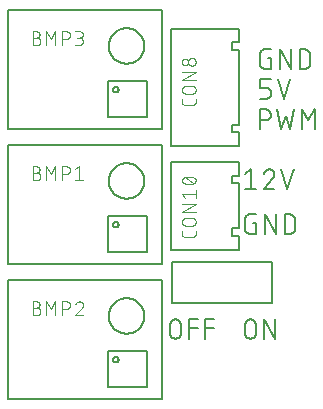
<source format=gbr>
G04 EAGLE Gerber RS-274X export*
G75*
%MOMM*%
%FSLAX34Y34*%
%LPD*%
%INSilkscreen Top*%
%IPPOS*%
%AMOC8*
5,1,8,0,0,1.08239X$1,22.5*%
G01*
%ADD10C,0.152400*%
%ADD11C,0.127000*%
%ADD12C,0.101600*%


D10*
X254762Y68778D02*
X254762Y76002D01*
X254764Y76135D01*
X254770Y76267D01*
X254780Y76399D01*
X254793Y76531D01*
X254811Y76663D01*
X254832Y76793D01*
X254857Y76924D01*
X254886Y77053D01*
X254919Y77181D01*
X254955Y77309D01*
X254995Y77435D01*
X255039Y77560D01*
X255087Y77684D01*
X255138Y77806D01*
X255193Y77927D01*
X255251Y78046D01*
X255313Y78164D01*
X255378Y78279D01*
X255447Y78393D01*
X255518Y78504D01*
X255594Y78613D01*
X255672Y78720D01*
X255753Y78825D01*
X255838Y78927D01*
X255925Y79027D01*
X256015Y79124D01*
X256108Y79219D01*
X256204Y79310D01*
X256302Y79399D01*
X256403Y79485D01*
X256507Y79568D01*
X256613Y79648D01*
X256721Y79724D01*
X256831Y79798D01*
X256944Y79868D01*
X257058Y79935D01*
X257175Y79998D01*
X257293Y80058D01*
X257413Y80115D01*
X257535Y80168D01*
X257658Y80217D01*
X257782Y80263D01*
X257908Y80305D01*
X258035Y80343D01*
X258163Y80378D01*
X258292Y80409D01*
X258421Y80436D01*
X258552Y80459D01*
X258683Y80479D01*
X258815Y80494D01*
X258947Y80506D01*
X259079Y80514D01*
X259212Y80518D01*
X259344Y80518D01*
X259477Y80514D01*
X259609Y80506D01*
X259741Y80494D01*
X259873Y80479D01*
X260004Y80459D01*
X260135Y80436D01*
X260264Y80409D01*
X260393Y80378D01*
X260521Y80343D01*
X260648Y80305D01*
X260774Y80263D01*
X260898Y80217D01*
X261021Y80168D01*
X261143Y80115D01*
X261263Y80058D01*
X261381Y79998D01*
X261498Y79935D01*
X261612Y79868D01*
X261725Y79798D01*
X261835Y79724D01*
X261943Y79648D01*
X262049Y79568D01*
X262153Y79485D01*
X262254Y79399D01*
X262352Y79310D01*
X262448Y79219D01*
X262541Y79124D01*
X262631Y79027D01*
X262718Y78927D01*
X262803Y78825D01*
X262884Y78720D01*
X262962Y78613D01*
X263038Y78504D01*
X263109Y78393D01*
X263178Y78279D01*
X263243Y78164D01*
X263305Y78046D01*
X263363Y77927D01*
X263418Y77806D01*
X263469Y77684D01*
X263517Y77560D01*
X263561Y77435D01*
X263601Y77309D01*
X263637Y77181D01*
X263670Y77053D01*
X263699Y76924D01*
X263724Y76793D01*
X263745Y76663D01*
X263763Y76531D01*
X263776Y76399D01*
X263786Y76267D01*
X263792Y76135D01*
X263794Y76002D01*
X263793Y76002D02*
X263793Y68778D01*
X263794Y68778D02*
X263792Y68645D01*
X263786Y68513D01*
X263776Y68381D01*
X263763Y68249D01*
X263745Y68117D01*
X263724Y67987D01*
X263699Y67856D01*
X263670Y67727D01*
X263637Y67599D01*
X263601Y67471D01*
X263561Y67345D01*
X263517Y67220D01*
X263469Y67096D01*
X263418Y66974D01*
X263363Y66853D01*
X263305Y66734D01*
X263243Y66616D01*
X263178Y66501D01*
X263109Y66387D01*
X263038Y66276D01*
X262962Y66167D01*
X262884Y66060D01*
X262803Y65955D01*
X262718Y65853D01*
X262631Y65753D01*
X262541Y65656D01*
X262448Y65561D01*
X262352Y65470D01*
X262254Y65381D01*
X262153Y65295D01*
X262049Y65212D01*
X261943Y65132D01*
X261835Y65056D01*
X261725Y64982D01*
X261612Y64912D01*
X261498Y64845D01*
X261381Y64782D01*
X261263Y64722D01*
X261143Y64665D01*
X261021Y64612D01*
X260898Y64563D01*
X260774Y64517D01*
X260648Y64475D01*
X260521Y64437D01*
X260393Y64402D01*
X260264Y64371D01*
X260135Y64344D01*
X260004Y64321D01*
X259873Y64301D01*
X259741Y64286D01*
X259609Y64274D01*
X259477Y64266D01*
X259344Y64262D01*
X259212Y64262D01*
X259079Y64266D01*
X258947Y64274D01*
X258815Y64286D01*
X258683Y64301D01*
X258552Y64321D01*
X258421Y64344D01*
X258292Y64371D01*
X258163Y64402D01*
X258035Y64437D01*
X257908Y64475D01*
X257782Y64517D01*
X257658Y64563D01*
X257535Y64612D01*
X257413Y64665D01*
X257293Y64722D01*
X257175Y64782D01*
X257058Y64845D01*
X256944Y64912D01*
X256831Y64982D01*
X256721Y65056D01*
X256613Y65132D01*
X256507Y65212D01*
X256403Y65295D01*
X256302Y65381D01*
X256204Y65470D01*
X256108Y65561D01*
X256015Y65656D01*
X255925Y65753D01*
X255838Y65853D01*
X255753Y65955D01*
X255672Y66060D01*
X255594Y66167D01*
X255518Y66276D01*
X255447Y66387D01*
X255378Y66501D01*
X255313Y66616D01*
X255251Y66734D01*
X255193Y66853D01*
X255138Y66974D01*
X255087Y67096D01*
X255039Y67220D01*
X254995Y67345D01*
X254955Y67471D01*
X254919Y67599D01*
X254886Y67727D01*
X254857Y67856D01*
X254832Y67987D01*
X254811Y68117D01*
X254793Y68249D01*
X254780Y68381D01*
X254770Y68513D01*
X254764Y68645D01*
X254762Y68778D01*
X270914Y64262D02*
X270914Y80518D01*
X279945Y64262D01*
X279945Y80518D01*
X191262Y76002D02*
X191262Y68778D01*
X191262Y76002D02*
X191264Y76135D01*
X191270Y76267D01*
X191280Y76399D01*
X191293Y76531D01*
X191311Y76663D01*
X191332Y76793D01*
X191357Y76924D01*
X191386Y77053D01*
X191419Y77181D01*
X191455Y77309D01*
X191495Y77435D01*
X191539Y77560D01*
X191587Y77684D01*
X191638Y77806D01*
X191693Y77927D01*
X191751Y78046D01*
X191813Y78164D01*
X191878Y78279D01*
X191947Y78393D01*
X192018Y78504D01*
X192094Y78613D01*
X192172Y78720D01*
X192253Y78825D01*
X192338Y78927D01*
X192425Y79027D01*
X192515Y79124D01*
X192608Y79219D01*
X192704Y79310D01*
X192802Y79399D01*
X192903Y79485D01*
X193007Y79568D01*
X193113Y79648D01*
X193221Y79724D01*
X193331Y79798D01*
X193444Y79868D01*
X193558Y79935D01*
X193675Y79998D01*
X193793Y80058D01*
X193913Y80115D01*
X194035Y80168D01*
X194158Y80217D01*
X194282Y80263D01*
X194408Y80305D01*
X194535Y80343D01*
X194663Y80378D01*
X194792Y80409D01*
X194921Y80436D01*
X195052Y80459D01*
X195183Y80479D01*
X195315Y80494D01*
X195447Y80506D01*
X195579Y80514D01*
X195712Y80518D01*
X195844Y80518D01*
X195977Y80514D01*
X196109Y80506D01*
X196241Y80494D01*
X196373Y80479D01*
X196504Y80459D01*
X196635Y80436D01*
X196764Y80409D01*
X196893Y80378D01*
X197021Y80343D01*
X197148Y80305D01*
X197274Y80263D01*
X197398Y80217D01*
X197521Y80168D01*
X197643Y80115D01*
X197763Y80058D01*
X197881Y79998D01*
X197998Y79935D01*
X198112Y79868D01*
X198225Y79798D01*
X198335Y79724D01*
X198443Y79648D01*
X198549Y79568D01*
X198653Y79485D01*
X198754Y79399D01*
X198852Y79310D01*
X198948Y79219D01*
X199041Y79124D01*
X199131Y79027D01*
X199218Y78927D01*
X199303Y78825D01*
X199384Y78720D01*
X199462Y78613D01*
X199538Y78504D01*
X199609Y78393D01*
X199678Y78279D01*
X199743Y78164D01*
X199805Y78046D01*
X199863Y77927D01*
X199918Y77806D01*
X199969Y77684D01*
X200017Y77560D01*
X200061Y77435D01*
X200101Y77309D01*
X200137Y77181D01*
X200170Y77053D01*
X200199Y76924D01*
X200224Y76793D01*
X200245Y76663D01*
X200263Y76531D01*
X200276Y76399D01*
X200286Y76267D01*
X200292Y76135D01*
X200294Y76002D01*
X200293Y76002D02*
X200293Y68778D01*
X200294Y68778D02*
X200292Y68645D01*
X200286Y68513D01*
X200276Y68381D01*
X200263Y68249D01*
X200245Y68117D01*
X200224Y67987D01*
X200199Y67856D01*
X200170Y67727D01*
X200137Y67599D01*
X200101Y67471D01*
X200061Y67345D01*
X200017Y67220D01*
X199969Y67096D01*
X199918Y66974D01*
X199863Y66853D01*
X199805Y66734D01*
X199743Y66616D01*
X199678Y66501D01*
X199609Y66387D01*
X199538Y66276D01*
X199462Y66167D01*
X199384Y66060D01*
X199303Y65955D01*
X199218Y65853D01*
X199131Y65753D01*
X199041Y65656D01*
X198948Y65561D01*
X198852Y65470D01*
X198754Y65381D01*
X198653Y65295D01*
X198549Y65212D01*
X198443Y65132D01*
X198335Y65056D01*
X198225Y64982D01*
X198112Y64912D01*
X197998Y64845D01*
X197881Y64782D01*
X197763Y64722D01*
X197643Y64665D01*
X197521Y64612D01*
X197398Y64563D01*
X197274Y64517D01*
X197148Y64475D01*
X197021Y64437D01*
X196893Y64402D01*
X196764Y64371D01*
X196635Y64344D01*
X196504Y64321D01*
X196373Y64301D01*
X196241Y64286D01*
X196109Y64274D01*
X195977Y64266D01*
X195844Y64262D01*
X195712Y64262D01*
X195579Y64266D01*
X195447Y64274D01*
X195315Y64286D01*
X195183Y64301D01*
X195052Y64321D01*
X194921Y64344D01*
X194792Y64371D01*
X194663Y64402D01*
X194535Y64437D01*
X194408Y64475D01*
X194282Y64517D01*
X194158Y64563D01*
X194035Y64612D01*
X193913Y64665D01*
X193793Y64722D01*
X193675Y64782D01*
X193558Y64845D01*
X193444Y64912D01*
X193331Y64982D01*
X193221Y65056D01*
X193113Y65132D01*
X193007Y65212D01*
X192903Y65295D01*
X192802Y65381D01*
X192704Y65470D01*
X192608Y65561D01*
X192515Y65656D01*
X192425Y65753D01*
X192338Y65853D01*
X192253Y65955D01*
X192172Y66060D01*
X192094Y66167D01*
X192018Y66276D01*
X191947Y66387D01*
X191878Y66501D01*
X191813Y66616D01*
X191751Y66734D01*
X191693Y66853D01*
X191638Y66974D01*
X191587Y67096D01*
X191539Y67220D01*
X191495Y67345D01*
X191455Y67471D01*
X191419Y67599D01*
X191386Y67727D01*
X191357Y67856D01*
X191332Y67987D01*
X191311Y68117D01*
X191293Y68249D01*
X191280Y68381D01*
X191270Y68513D01*
X191264Y68645D01*
X191262Y68778D01*
X207444Y64262D02*
X207444Y80518D01*
X214669Y80518D01*
X214669Y73293D02*
X207444Y73293D01*
X220991Y80518D02*
X220991Y64262D01*
X220991Y80518D02*
X228216Y80518D01*
X228216Y73293D02*
X220991Y73293D01*
X261084Y162193D02*
X263793Y162193D01*
X263793Y153162D01*
X258374Y153162D01*
X258256Y153164D01*
X258138Y153170D01*
X258020Y153179D01*
X257903Y153193D01*
X257786Y153210D01*
X257669Y153231D01*
X257554Y153256D01*
X257439Y153285D01*
X257325Y153318D01*
X257213Y153354D01*
X257102Y153394D01*
X256992Y153437D01*
X256883Y153484D01*
X256776Y153534D01*
X256671Y153589D01*
X256568Y153646D01*
X256467Y153707D01*
X256367Y153771D01*
X256270Y153838D01*
X256175Y153908D01*
X256083Y153982D01*
X255992Y154058D01*
X255905Y154138D01*
X255820Y154220D01*
X255738Y154305D01*
X255658Y154392D01*
X255582Y154483D01*
X255508Y154575D01*
X255438Y154670D01*
X255371Y154767D01*
X255307Y154867D01*
X255246Y154968D01*
X255189Y155071D01*
X255134Y155176D01*
X255084Y155283D01*
X255037Y155392D01*
X254994Y155502D01*
X254954Y155613D01*
X254918Y155725D01*
X254885Y155839D01*
X254856Y155954D01*
X254831Y156069D01*
X254810Y156186D01*
X254793Y156303D01*
X254779Y156420D01*
X254770Y156538D01*
X254764Y156656D01*
X254762Y156774D01*
X254762Y165806D01*
X254764Y165924D01*
X254770Y166042D01*
X254779Y166160D01*
X254793Y166277D01*
X254810Y166394D01*
X254831Y166511D01*
X254856Y166626D01*
X254885Y166741D01*
X254918Y166855D01*
X254954Y166967D01*
X254994Y167078D01*
X255037Y167188D01*
X255084Y167297D01*
X255134Y167404D01*
X255188Y167509D01*
X255246Y167612D01*
X255307Y167713D01*
X255371Y167813D01*
X255438Y167910D01*
X255508Y168005D01*
X255582Y168097D01*
X255658Y168188D01*
X255738Y168275D01*
X255820Y168360D01*
X255905Y168442D01*
X255992Y168522D01*
X256083Y168598D01*
X256175Y168672D01*
X256270Y168742D01*
X256367Y168809D01*
X256467Y168873D01*
X256568Y168934D01*
X256671Y168991D01*
X256776Y169045D01*
X256883Y169096D01*
X256992Y169143D01*
X257102Y169186D01*
X257213Y169226D01*
X257325Y169262D01*
X257439Y169295D01*
X257554Y169324D01*
X257669Y169349D01*
X257786Y169370D01*
X257903Y169387D01*
X258020Y169401D01*
X258138Y169410D01*
X258256Y169416D01*
X258374Y169418D01*
X263793Y169418D01*
X271435Y169418D02*
X271435Y153162D01*
X280466Y153162D02*
X271435Y169418D01*
X280466Y169418D02*
X280466Y153162D01*
X288109Y153162D02*
X288109Y169418D01*
X292624Y169418D01*
X292755Y169416D01*
X292887Y169410D01*
X293018Y169401D01*
X293148Y169387D01*
X293279Y169370D01*
X293408Y169349D01*
X293537Y169325D01*
X293665Y169296D01*
X293793Y169264D01*
X293919Y169228D01*
X294044Y169189D01*
X294169Y169146D01*
X294291Y169099D01*
X294413Y169049D01*
X294533Y168995D01*
X294651Y168938D01*
X294767Y168877D01*
X294882Y168813D01*
X294995Y168746D01*
X295106Y168675D01*
X295214Y168601D01*
X295321Y168524D01*
X295425Y168444D01*
X295527Y168361D01*
X295626Y168276D01*
X295723Y168187D01*
X295817Y168095D01*
X295909Y168001D01*
X295998Y167904D01*
X296083Y167805D01*
X296166Y167703D01*
X296246Y167599D01*
X296323Y167492D01*
X296397Y167384D01*
X296468Y167273D01*
X296535Y167160D01*
X296599Y167045D01*
X296660Y166929D01*
X296717Y166811D01*
X296771Y166691D01*
X296821Y166569D01*
X296868Y166447D01*
X296911Y166322D01*
X296950Y166197D01*
X296986Y166071D01*
X297018Y165943D01*
X297047Y165815D01*
X297071Y165686D01*
X297092Y165557D01*
X297109Y165426D01*
X297123Y165296D01*
X297132Y165165D01*
X297138Y165033D01*
X297140Y164902D01*
X297140Y157678D01*
X297138Y157547D01*
X297132Y157415D01*
X297123Y157284D01*
X297109Y157154D01*
X297092Y157023D01*
X297071Y156894D01*
X297047Y156765D01*
X297018Y156637D01*
X296986Y156509D01*
X296950Y156383D01*
X296911Y156258D01*
X296868Y156133D01*
X296821Y156011D01*
X296771Y155889D01*
X296717Y155769D01*
X296660Y155651D01*
X296599Y155535D01*
X296535Y155420D01*
X296468Y155307D01*
X296397Y155196D01*
X296323Y155088D01*
X296246Y154981D01*
X296166Y154877D01*
X296083Y154775D01*
X295998Y154676D01*
X295909Y154579D01*
X295817Y154485D01*
X295723Y154393D01*
X295626Y154304D01*
X295527Y154219D01*
X295425Y154136D01*
X295321Y154056D01*
X295214Y153979D01*
X295106Y153905D01*
X294995Y153834D01*
X294882Y153767D01*
X294767Y153703D01*
X294651Y153642D01*
X294533Y153585D01*
X294413Y153531D01*
X294291Y153481D01*
X294169Y153434D01*
X294044Y153391D01*
X293919Y153352D01*
X293793Y153316D01*
X293665Y153284D01*
X293537Y153255D01*
X293408Y153231D01*
X293278Y153210D01*
X293148Y153193D01*
X293018Y153179D01*
X292887Y153170D01*
X292755Y153164D01*
X292624Y153162D01*
X288109Y153162D01*
X254762Y203906D02*
X259278Y207518D01*
X259278Y191262D01*
X263793Y191262D02*
X254762Y191262D01*
X275360Y207518D02*
X275485Y207516D01*
X275610Y207510D01*
X275735Y207501D01*
X275859Y207487D01*
X275983Y207470D01*
X276107Y207449D01*
X276229Y207424D01*
X276351Y207395D01*
X276472Y207363D01*
X276592Y207327D01*
X276711Y207287D01*
X276828Y207244D01*
X276944Y207197D01*
X277059Y207146D01*
X277171Y207092D01*
X277283Y207034D01*
X277392Y206974D01*
X277499Y206909D01*
X277605Y206842D01*
X277708Y206771D01*
X277809Y206697D01*
X277908Y206620D01*
X278004Y206540D01*
X278098Y206457D01*
X278189Y206372D01*
X278278Y206283D01*
X278363Y206192D01*
X278446Y206098D01*
X278526Y206002D01*
X278603Y205903D01*
X278677Y205802D01*
X278748Y205699D01*
X278815Y205593D01*
X278880Y205486D01*
X278940Y205377D01*
X278998Y205265D01*
X279052Y205153D01*
X279103Y205038D01*
X279150Y204922D01*
X279193Y204805D01*
X279233Y204686D01*
X279269Y204566D01*
X279301Y204445D01*
X279330Y204323D01*
X279355Y204201D01*
X279376Y204077D01*
X279393Y203953D01*
X279407Y203829D01*
X279416Y203704D01*
X279422Y203579D01*
X279424Y203454D01*
X275360Y207518D02*
X275217Y207516D01*
X275075Y207510D01*
X274932Y207500D01*
X274790Y207487D01*
X274649Y207469D01*
X274507Y207448D01*
X274367Y207423D01*
X274227Y207394D01*
X274088Y207361D01*
X273950Y207324D01*
X273813Y207284D01*
X273678Y207240D01*
X273543Y207192D01*
X273410Y207140D01*
X273278Y207085D01*
X273148Y207026D01*
X273020Y206964D01*
X272893Y206898D01*
X272768Y206829D01*
X272645Y206757D01*
X272525Y206681D01*
X272406Y206602D01*
X272289Y206519D01*
X272175Y206434D01*
X272063Y206345D01*
X271954Y206254D01*
X271847Y206159D01*
X271742Y206062D01*
X271641Y205961D01*
X271542Y205858D01*
X271446Y205753D01*
X271353Y205644D01*
X271263Y205533D01*
X271176Y205420D01*
X271092Y205305D01*
X271012Y205187D01*
X270934Y205067D01*
X270860Y204945D01*
X270790Y204821D01*
X270722Y204695D01*
X270659Y204567D01*
X270598Y204438D01*
X270541Y204307D01*
X270488Y204175D01*
X270439Y204041D01*
X270393Y203906D01*
X278069Y200293D02*
X278163Y200385D01*
X278253Y200479D01*
X278341Y200576D01*
X278426Y200676D01*
X278508Y200778D01*
X278587Y200883D01*
X278662Y200990D01*
X278734Y201099D01*
X278803Y201210D01*
X278869Y201324D01*
X278931Y201439D01*
X278990Y201556D01*
X279045Y201675D01*
X279096Y201795D01*
X279144Y201917D01*
X279189Y202040D01*
X279229Y202164D01*
X279266Y202290D01*
X279299Y202417D01*
X279328Y202544D01*
X279354Y202673D01*
X279375Y202802D01*
X279393Y202932D01*
X279406Y203062D01*
X279416Y203192D01*
X279422Y203323D01*
X279424Y203454D01*
X278070Y200293D02*
X270393Y191262D01*
X279424Y191262D01*
X290540Y191262D02*
X285121Y207518D01*
X295959Y207518D02*
X290540Y191262D01*
X276493Y301893D02*
X273784Y301893D01*
X276493Y301893D02*
X276493Y292862D01*
X271074Y292862D01*
X270956Y292864D01*
X270838Y292870D01*
X270720Y292879D01*
X270603Y292893D01*
X270486Y292910D01*
X270369Y292931D01*
X270254Y292956D01*
X270139Y292985D01*
X270025Y293018D01*
X269913Y293054D01*
X269802Y293094D01*
X269692Y293137D01*
X269583Y293184D01*
X269476Y293234D01*
X269371Y293289D01*
X269268Y293346D01*
X269167Y293407D01*
X269067Y293471D01*
X268970Y293538D01*
X268875Y293608D01*
X268783Y293682D01*
X268692Y293758D01*
X268605Y293838D01*
X268520Y293920D01*
X268438Y294005D01*
X268358Y294092D01*
X268282Y294183D01*
X268208Y294275D01*
X268138Y294370D01*
X268071Y294467D01*
X268007Y294567D01*
X267946Y294668D01*
X267889Y294771D01*
X267834Y294876D01*
X267784Y294983D01*
X267737Y295092D01*
X267694Y295202D01*
X267654Y295313D01*
X267618Y295425D01*
X267585Y295539D01*
X267556Y295654D01*
X267531Y295769D01*
X267510Y295886D01*
X267493Y296003D01*
X267479Y296120D01*
X267470Y296238D01*
X267464Y296356D01*
X267462Y296474D01*
X267462Y305506D01*
X267464Y305624D01*
X267470Y305742D01*
X267479Y305860D01*
X267493Y305977D01*
X267510Y306094D01*
X267531Y306211D01*
X267556Y306326D01*
X267585Y306441D01*
X267618Y306555D01*
X267654Y306667D01*
X267694Y306778D01*
X267737Y306888D01*
X267784Y306997D01*
X267834Y307104D01*
X267888Y307209D01*
X267946Y307312D01*
X268007Y307413D01*
X268071Y307513D01*
X268138Y307610D01*
X268208Y307705D01*
X268282Y307797D01*
X268358Y307888D01*
X268438Y307975D01*
X268520Y308060D01*
X268605Y308142D01*
X268692Y308222D01*
X268783Y308298D01*
X268875Y308372D01*
X268970Y308442D01*
X269067Y308509D01*
X269167Y308573D01*
X269268Y308634D01*
X269371Y308691D01*
X269476Y308745D01*
X269583Y308796D01*
X269692Y308843D01*
X269802Y308886D01*
X269913Y308926D01*
X270025Y308962D01*
X270139Y308995D01*
X270254Y309024D01*
X270369Y309049D01*
X270486Y309070D01*
X270603Y309087D01*
X270720Y309101D01*
X270838Y309110D01*
X270956Y309116D01*
X271074Y309118D01*
X276493Y309118D01*
X284135Y309118D02*
X284135Y292862D01*
X293166Y292862D02*
X284135Y309118D01*
X293166Y309118D02*
X293166Y292862D01*
X300809Y292862D02*
X300809Y309118D01*
X305324Y309118D01*
X305455Y309116D01*
X305587Y309110D01*
X305718Y309101D01*
X305848Y309087D01*
X305979Y309070D01*
X306108Y309049D01*
X306237Y309025D01*
X306365Y308996D01*
X306493Y308964D01*
X306619Y308928D01*
X306744Y308889D01*
X306869Y308846D01*
X306991Y308799D01*
X307113Y308749D01*
X307233Y308695D01*
X307351Y308638D01*
X307467Y308577D01*
X307582Y308513D01*
X307695Y308446D01*
X307806Y308375D01*
X307914Y308301D01*
X308021Y308224D01*
X308125Y308144D01*
X308227Y308061D01*
X308326Y307976D01*
X308423Y307887D01*
X308517Y307795D01*
X308609Y307701D01*
X308698Y307604D01*
X308783Y307505D01*
X308866Y307403D01*
X308946Y307299D01*
X309023Y307192D01*
X309097Y307084D01*
X309168Y306973D01*
X309235Y306860D01*
X309299Y306745D01*
X309360Y306629D01*
X309417Y306511D01*
X309471Y306391D01*
X309521Y306269D01*
X309568Y306147D01*
X309611Y306022D01*
X309650Y305897D01*
X309686Y305771D01*
X309718Y305643D01*
X309747Y305515D01*
X309771Y305386D01*
X309792Y305257D01*
X309809Y305126D01*
X309823Y304996D01*
X309832Y304865D01*
X309838Y304733D01*
X309840Y304602D01*
X309840Y297378D01*
X309838Y297247D01*
X309832Y297115D01*
X309823Y296984D01*
X309809Y296854D01*
X309792Y296723D01*
X309771Y296594D01*
X309747Y296465D01*
X309718Y296337D01*
X309686Y296209D01*
X309650Y296083D01*
X309611Y295958D01*
X309568Y295833D01*
X309521Y295711D01*
X309471Y295589D01*
X309417Y295469D01*
X309360Y295351D01*
X309299Y295235D01*
X309235Y295120D01*
X309168Y295007D01*
X309097Y294896D01*
X309023Y294788D01*
X308946Y294681D01*
X308866Y294577D01*
X308783Y294475D01*
X308698Y294376D01*
X308609Y294279D01*
X308517Y294185D01*
X308423Y294093D01*
X308326Y294004D01*
X308227Y293919D01*
X308125Y293836D01*
X308021Y293756D01*
X307914Y293679D01*
X307806Y293605D01*
X307695Y293534D01*
X307582Y293467D01*
X307467Y293403D01*
X307351Y293342D01*
X307233Y293285D01*
X307113Y293231D01*
X306991Y293181D01*
X306869Y293134D01*
X306744Y293091D01*
X306619Y293052D01*
X306493Y293016D01*
X306365Y292984D01*
X306237Y292955D01*
X306108Y292931D01*
X305978Y292910D01*
X305848Y292893D01*
X305718Y292879D01*
X305587Y292870D01*
X305455Y292864D01*
X305324Y292862D01*
X300809Y292862D01*
X272881Y267462D02*
X267462Y267462D01*
X272881Y267462D02*
X272999Y267464D01*
X273117Y267470D01*
X273235Y267479D01*
X273352Y267493D01*
X273469Y267510D01*
X273586Y267531D01*
X273701Y267556D01*
X273816Y267585D01*
X273930Y267618D01*
X274042Y267654D01*
X274153Y267694D01*
X274263Y267737D01*
X274372Y267784D01*
X274479Y267834D01*
X274584Y267889D01*
X274687Y267946D01*
X274788Y268007D01*
X274888Y268071D01*
X274985Y268138D01*
X275080Y268208D01*
X275172Y268282D01*
X275263Y268358D01*
X275350Y268438D01*
X275435Y268520D01*
X275517Y268605D01*
X275597Y268692D01*
X275673Y268783D01*
X275747Y268875D01*
X275817Y268970D01*
X275884Y269067D01*
X275948Y269167D01*
X276009Y269268D01*
X276066Y269371D01*
X276121Y269476D01*
X276171Y269583D01*
X276218Y269692D01*
X276261Y269802D01*
X276301Y269913D01*
X276337Y270025D01*
X276370Y270139D01*
X276399Y270254D01*
X276424Y270369D01*
X276445Y270486D01*
X276462Y270603D01*
X276476Y270720D01*
X276485Y270838D01*
X276491Y270956D01*
X276493Y271074D01*
X276493Y272881D01*
X276491Y272999D01*
X276485Y273117D01*
X276476Y273235D01*
X276462Y273352D01*
X276445Y273469D01*
X276424Y273586D01*
X276399Y273701D01*
X276370Y273816D01*
X276337Y273930D01*
X276301Y274042D01*
X276261Y274153D01*
X276218Y274263D01*
X276171Y274372D01*
X276121Y274479D01*
X276066Y274584D01*
X276009Y274687D01*
X275948Y274788D01*
X275884Y274888D01*
X275817Y274985D01*
X275747Y275080D01*
X275673Y275172D01*
X275597Y275263D01*
X275517Y275350D01*
X275435Y275435D01*
X275350Y275517D01*
X275263Y275597D01*
X275172Y275673D01*
X275080Y275747D01*
X274985Y275817D01*
X274888Y275884D01*
X274788Y275948D01*
X274687Y276009D01*
X274584Y276066D01*
X274479Y276121D01*
X274372Y276171D01*
X274263Y276218D01*
X274153Y276261D01*
X274042Y276301D01*
X273930Y276337D01*
X273816Y276370D01*
X273701Y276399D01*
X273586Y276424D01*
X273469Y276445D01*
X273352Y276462D01*
X273235Y276476D01*
X273117Y276485D01*
X272999Y276491D01*
X272881Y276493D01*
X267462Y276493D01*
X267462Y283718D01*
X276493Y283718D01*
X282190Y283718D02*
X287609Y267462D01*
X293027Y283718D01*
X267462Y258318D02*
X267462Y242062D01*
X267462Y258318D02*
X271978Y258318D01*
X272111Y258316D01*
X272243Y258310D01*
X272375Y258300D01*
X272507Y258287D01*
X272639Y258269D01*
X272769Y258248D01*
X272900Y258223D01*
X273029Y258194D01*
X273157Y258161D01*
X273285Y258125D01*
X273411Y258085D01*
X273536Y258041D01*
X273660Y257993D01*
X273782Y257942D01*
X273903Y257887D01*
X274022Y257829D01*
X274140Y257767D01*
X274255Y257702D01*
X274369Y257633D01*
X274480Y257562D01*
X274589Y257486D01*
X274696Y257408D01*
X274801Y257327D01*
X274903Y257242D01*
X275003Y257155D01*
X275100Y257065D01*
X275195Y256972D01*
X275286Y256876D01*
X275375Y256778D01*
X275461Y256677D01*
X275544Y256573D01*
X275624Y256467D01*
X275700Y256359D01*
X275774Y256249D01*
X275844Y256136D01*
X275911Y256022D01*
X275974Y255905D01*
X276034Y255787D01*
X276091Y255667D01*
X276144Y255545D01*
X276193Y255422D01*
X276239Y255298D01*
X276281Y255172D01*
X276319Y255045D01*
X276354Y254917D01*
X276385Y254788D01*
X276412Y254659D01*
X276435Y254528D01*
X276455Y254397D01*
X276470Y254265D01*
X276482Y254133D01*
X276490Y254001D01*
X276494Y253868D01*
X276494Y253736D01*
X276490Y253603D01*
X276482Y253471D01*
X276470Y253339D01*
X276455Y253207D01*
X276435Y253076D01*
X276412Y252945D01*
X276385Y252816D01*
X276354Y252687D01*
X276319Y252559D01*
X276281Y252432D01*
X276239Y252306D01*
X276193Y252182D01*
X276144Y252059D01*
X276091Y251937D01*
X276034Y251817D01*
X275974Y251699D01*
X275911Y251582D01*
X275844Y251468D01*
X275774Y251355D01*
X275700Y251245D01*
X275624Y251137D01*
X275544Y251031D01*
X275461Y250927D01*
X275375Y250826D01*
X275286Y250728D01*
X275195Y250632D01*
X275100Y250539D01*
X275003Y250449D01*
X274903Y250362D01*
X274801Y250277D01*
X274696Y250196D01*
X274589Y250118D01*
X274480Y250042D01*
X274369Y249971D01*
X274255Y249902D01*
X274140Y249837D01*
X274022Y249775D01*
X273903Y249717D01*
X273782Y249662D01*
X273660Y249611D01*
X273536Y249563D01*
X273411Y249519D01*
X273285Y249479D01*
X273157Y249443D01*
X273029Y249410D01*
X272900Y249381D01*
X272769Y249356D01*
X272639Y249335D01*
X272507Y249317D01*
X272375Y249304D01*
X272243Y249294D01*
X272111Y249288D01*
X271978Y249286D01*
X271978Y249287D02*
X267462Y249287D01*
X281736Y258318D02*
X285349Y242062D01*
X288961Y252899D01*
X292573Y242062D01*
X296186Y258318D01*
X302821Y258318D02*
X302821Y242062D01*
X308239Y249287D02*
X302821Y258318D01*
X308239Y249287D02*
X313658Y258318D01*
X313658Y242062D01*
D11*
X54300Y227800D02*
X54300Y127800D01*
X184300Y127800D01*
X184300Y227800D01*
X54300Y227800D01*
X138300Y137800D02*
X171300Y137800D01*
X138300Y137800D02*
X138300Y167800D01*
X171300Y167800D01*
X171300Y137800D01*
X139267Y197800D02*
X139272Y198169D01*
X139285Y198538D01*
X139308Y198906D01*
X139339Y199273D01*
X139380Y199640D01*
X139430Y200006D01*
X139488Y200370D01*
X139556Y200733D01*
X139632Y201094D01*
X139718Y201453D01*
X139812Y201809D01*
X139914Y202164D01*
X140026Y202516D01*
X140146Y202864D01*
X140274Y203210D01*
X140411Y203553D01*
X140557Y203892D01*
X140710Y204227D01*
X140872Y204559D01*
X141042Y204887D01*
X141220Y205210D01*
X141406Y205529D01*
X141599Y205843D01*
X141801Y206152D01*
X142009Y206456D01*
X142225Y206755D01*
X142449Y207049D01*
X142679Y207337D01*
X142917Y207619D01*
X143161Y207896D01*
X143412Y208166D01*
X143670Y208430D01*
X143934Y208688D01*
X144204Y208939D01*
X144481Y209183D01*
X144763Y209421D01*
X145051Y209651D01*
X145345Y209875D01*
X145644Y210091D01*
X145948Y210299D01*
X146257Y210501D01*
X146571Y210694D01*
X146890Y210880D01*
X147213Y211058D01*
X147541Y211228D01*
X147873Y211390D01*
X148208Y211543D01*
X148547Y211689D01*
X148890Y211826D01*
X149236Y211954D01*
X149584Y212074D01*
X149936Y212186D01*
X150291Y212288D01*
X150647Y212382D01*
X151006Y212468D01*
X151367Y212544D01*
X151730Y212612D01*
X152094Y212670D01*
X152460Y212720D01*
X152827Y212761D01*
X153194Y212792D01*
X153562Y212815D01*
X153931Y212828D01*
X154300Y212833D01*
X154669Y212828D01*
X155038Y212815D01*
X155406Y212792D01*
X155773Y212761D01*
X156140Y212720D01*
X156506Y212670D01*
X156870Y212612D01*
X157233Y212544D01*
X157594Y212468D01*
X157953Y212382D01*
X158309Y212288D01*
X158664Y212186D01*
X159016Y212074D01*
X159364Y211954D01*
X159710Y211826D01*
X160053Y211689D01*
X160392Y211543D01*
X160727Y211390D01*
X161059Y211228D01*
X161387Y211058D01*
X161710Y210880D01*
X162029Y210694D01*
X162343Y210501D01*
X162652Y210299D01*
X162956Y210091D01*
X163255Y209875D01*
X163549Y209651D01*
X163837Y209421D01*
X164119Y209183D01*
X164396Y208939D01*
X164666Y208688D01*
X164930Y208430D01*
X165188Y208166D01*
X165439Y207896D01*
X165683Y207619D01*
X165921Y207337D01*
X166151Y207049D01*
X166375Y206755D01*
X166591Y206456D01*
X166799Y206152D01*
X167001Y205843D01*
X167194Y205529D01*
X167380Y205210D01*
X167558Y204887D01*
X167728Y204559D01*
X167890Y204227D01*
X168043Y203892D01*
X168189Y203553D01*
X168326Y203210D01*
X168454Y202864D01*
X168574Y202516D01*
X168686Y202164D01*
X168788Y201809D01*
X168882Y201453D01*
X168968Y201094D01*
X169044Y200733D01*
X169112Y200370D01*
X169170Y200006D01*
X169220Y199640D01*
X169261Y199273D01*
X169292Y198906D01*
X169315Y198538D01*
X169328Y198169D01*
X169333Y197800D01*
X169328Y197431D01*
X169315Y197062D01*
X169292Y196694D01*
X169261Y196327D01*
X169220Y195960D01*
X169170Y195594D01*
X169112Y195230D01*
X169044Y194867D01*
X168968Y194506D01*
X168882Y194147D01*
X168788Y193791D01*
X168686Y193436D01*
X168574Y193084D01*
X168454Y192736D01*
X168326Y192390D01*
X168189Y192047D01*
X168043Y191708D01*
X167890Y191373D01*
X167728Y191041D01*
X167558Y190713D01*
X167380Y190390D01*
X167194Y190071D01*
X167001Y189757D01*
X166799Y189448D01*
X166591Y189144D01*
X166375Y188845D01*
X166151Y188551D01*
X165921Y188263D01*
X165683Y187981D01*
X165439Y187704D01*
X165188Y187434D01*
X164930Y187170D01*
X164666Y186912D01*
X164396Y186661D01*
X164119Y186417D01*
X163837Y186179D01*
X163549Y185949D01*
X163255Y185725D01*
X162956Y185509D01*
X162652Y185301D01*
X162343Y185099D01*
X162029Y184906D01*
X161710Y184720D01*
X161387Y184542D01*
X161059Y184372D01*
X160727Y184210D01*
X160392Y184057D01*
X160053Y183911D01*
X159710Y183774D01*
X159364Y183646D01*
X159016Y183526D01*
X158664Y183414D01*
X158309Y183312D01*
X157953Y183218D01*
X157594Y183132D01*
X157233Y183056D01*
X156870Y182988D01*
X156506Y182930D01*
X156140Y182880D01*
X155773Y182839D01*
X155406Y182808D01*
X155038Y182785D01*
X154669Y182772D01*
X154300Y182767D01*
X153931Y182772D01*
X153562Y182785D01*
X153194Y182808D01*
X152827Y182839D01*
X152460Y182880D01*
X152094Y182930D01*
X151730Y182988D01*
X151367Y183056D01*
X151006Y183132D01*
X150647Y183218D01*
X150291Y183312D01*
X149936Y183414D01*
X149584Y183526D01*
X149236Y183646D01*
X148890Y183774D01*
X148547Y183911D01*
X148208Y184057D01*
X147873Y184210D01*
X147541Y184372D01*
X147213Y184542D01*
X146890Y184720D01*
X146571Y184906D01*
X146257Y185099D01*
X145948Y185301D01*
X145644Y185509D01*
X145345Y185725D01*
X145051Y185949D01*
X144763Y186179D01*
X144481Y186417D01*
X144204Y186661D01*
X143934Y186912D01*
X143670Y187170D01*
X143412Y187434D01*
X143161Y187704D01*
X142917Y187981D01*
X142679Y188263D01*
X142449Y188551D01*
X142225Y188845D01*
X142009Y189144D01*
X141801Y189448D01*
X141599Y189757D01*
X141406Y190071D01*
X141220Y190390D01*
X141042Y190713D01*
X140872Y191041D01*
X140710Y191373D01*
X140557Y191708D01*
X140411Y192047D01*
X140274Y192390D01*
X140146Y192736D01*
X140026Y193084D01*
X139914Y193436D01*
X139812Y193791D01*
X139718Y194147D01*
X139632Y194506D01*
X139556Y194867D01*
X139488Y195230D01*
X139430Y195594D01*
X139380Y195960D01*
X139339Y196327D01*
X139308Y196694D01*
X139285Y197062D01*
X139272Y197431D01*
X139267Y197800D01*
X143064Y160800D02*
X143066Y160894D01*
X143072Y160988D01*
X143082Y161082D01*
X143096Y161175D01*
X143114Y161268D01*
X143135Y161360D01*
X143161Y161450D01*
X143190Y161540D01*
X143223Y161628D01*
X143260Y161715D01*
X143300Y161800D01*
X143344Y161884D01*
X143392Y161965D01*
X143442Y162045D01*
X143497Y162122D01*
X143554Y162197D01*
X143614Y162269D01*
X143678Y162339D01*
X143744Y162406D01*
X143813Y162470D01*
X143885Y162531D01*
X143959Y162589D01*
X144036Y162644D01*
X144115Y162696D01*
X144196Y162744D01*
X144279Y162789D01*
X144363Y162830D01*
X144450Y162868D01*
X144538Y162902D01*
X144627Y162932D01*
X144717Y162959D01*
X144809Y162981D01*
X144901Y163000D01*
X144995Y163015D01*
X145088Y163026D01*
X145182Y163033D01*
X145276Y163036D01*
X145371Y163035D01*
X145465Y163030D01*
X145559Y163021D01*
X145652Y163008D01*
X145745Y162991D01*
X145837Y162971D01*
X145928Y162946D01*
X146018Y162918D01*
X146106Y162886D01*
X146194Y162850D01*
X146279Y162810D01*
X146363Y162767D01*
X146445Y162721D01*
X146525Y162671D01*
X146603Y162617D01*
X146678Y162561D01*
X146751Y162501D01*
X146822Y162438D01*
X146889Y162373D01*
X146954Y162304D01*
X147016Y162233D01*
X147075Y162160D01*
X147131Y162084D01*
X147183Y162005D01*
X147232Y161925D01*
X147278Y161842D01*
X147320Y161758D01*
X147359Y161672D01*
X147394Y161584D01*
X147425Y161495D01*
X147453Y161405D01*
X147476Y161314D01*
X147496Y161222D01*
X147512Y161129D01*
X147524Y161035D01*
X147532Y160941D01*
X147536Y160847D01*
X147536Y160753D01*
X147532Y160659D01*
X147524Y160565D01*
X147512Y160471D01*
X147496Y160378D01*
X147476Y160286D01*
X147453Y160195D01*
X147425Y160105D01*
X147394Y160016D01*
X147359Y159928D01*
X147320Y159842D01*
X147278Y159758D01*
X147232Y159675D01*
X147183Y159595D01*
X147131Y159516D01*
X147075Y159440D01*
X147016Y159367D01*
X146954Y159296D01*
X146889Y159227D01*
X146822Y159162D01*
X146751Y159099D01*
X146678Y159039D01*
X146603Y158983D01*
X146525Y158929D01*
X146445Y158879D01*
X146363Y158833D01*
X146279Y158790D01*
X146194Y158750D01*
X146106Y158714D01*
X146018Y158682D01*
X145928Y158654D01*
X145837Y158629D01*
X145745Y158609D01*
X145652Y158592D01*
X145559Y158579D01*
X145465Y158570D01*
X145371Y158565D01*
X145276Y158564D01*
X145182Y158567D01*
X145088Y158574D01*
X144995Y158585D01*
X144901Y158600D01*
X144809Y158619D01*
X144717Y158641D01*
X144627Y158668D01*
X144538Y158698D01*
X144450Y158732D01*
X144363Y158770D01*
X144279Y158811D01*
X144196Y158856D01*
X144115Y158904D01*
X144036Y158956D01*
X143959Y159011D01*
X143885Y159069D01*
X143813Y159130D01*
X143744Y159194D01*
X143678Y159261D01*
X143614Y159331D01*
X143554Y159403D01*
X143497Y159478D01*
X143442Y159555D01*
X143392Y159635D01*
X143344Y159716D01*
X143300Y159800D01*
X143260Y159885D01*
X143223Y159972D01*
X143190Y160060D01*
X143161Y160150D01*
X143135Y160240D01*
X143114Y160332D01*
X143096Y160425D01*
X143082Y160518D01*
X143072Y160612D01*
X143066Y160706D01*
X143064Y160800D01*
D12*
X78054Y204799D02*
X74808Y204799D01*
X78054Y204800D02*
X78167Y204798D01*
X78280Y204792D01*
X78393Y204782D01*
X78506Y204768D01*
X78618Y204751D01*
X78729Y204729D01*
X78839Y204704D01*
X78949Y204674D01*
X79057Y204641D01*
X79164Y204604D01*
X79270Y204564D01*
X79374Y204519D01*
X79477Y204471D01*
X79578Y204420D01*
X79677Y204365D01*
X79774Y204307D01*
X79869Y204245D01*
X79962Y204180D01*
X80052Y204112D01*
X80140Y204041D01*
X80226Y203966D01*
X80309Y203889D01*
X80389Y203809D01*
X80466Y203726D01*
X80541Y203640D01*
X80612Y203552D01*
X80680Y203462D01*
X80745Y203369D01*
X80807Y203274D01*
X80865Y203177D01*
X80920Y203078D01*
X80971Y202977D01*
X81019Y202874D01*
X81064Y202770D01*
X81104Y202664D01*
X81141Y202557D01*
X81174Y202449D01*
X81204Y202339D01*
X81229Y202229D01*
X81251Y202118D01*
X81268Y202006D01*
X81282Y201893D01*
X81292Y201780D01*
X81298Y201667D01*
X81300Y201554D01*
X81298Y201441D01*
X81292Y201328D01*
X81282Y201215D01*
X81268Y201102D01*
X81251Y200990D01*
X81229Y200879D01*
X81204Y200769D01*
X81174Y200659D01*
X81141Y200551D01*
X81104Y200444D01*
X81064Y200338D01*
X81019Y200234D01*
X80971Y200131D01*
X80920Y200030D01*
X80865Y199931D01*
X80807Y199834D01*
X80745Y199739D01*
X80680Y199646D01*
X80612Y199556D01*
X80541Y199468D01*
X80466Y199382D01*
X80389Y199299D01*
X80309Y199219D01*
X80226Y199142D01*
X80140Y199067D01*
X80052Y198996D01*
X79962Y198928D01*
X79869Y198863D01*
X79774Y198801D01*
X79677Y198743D01*
X79578Y198688D01*
X79477Y198637D01*
X79374Y198589D01*
X79270Y198544D01*
X79164Y198504D01*
X79057Y198467D01*
X78949Y198434D01*
X78839Y198404D01*
X78729Y198379D01*
X78618Y198357D01*
X78506Y198340D01*
X78393Y198326D01*
X78280Y198316D01*
X78167Y198310D01*
X78054Y198308D01*
X74808Y198308D01*
X74808Y209992D01*
X78054Y209992D01*
X78155Y209990D01*
X78255Y209984D01*
X78355Y209974D01*
X78455Y209961D01*
X78554Y209943D01*
X78653Y209922D01*
X78750Y209897D01*
X78847Y209868D01*
X78942Y209835D01*
X79036Y209799D01*
X79128Y209759D01*
X79219Y209716D01*
X79308Y209669D01*
X79395Y209619D01*
X79481Y209565D01*
X79564Y209508D01*
X79644Y209448D01*
X79723Y209385D01*
X79799Y209318D01*
X79872Y209249D01*
X79942Y209177D01*
X80010Y209103D01*
X80075Y209026D01*
X80136Y208946D01*
X80195Y208864D01*
X80250Y208780D01*
X80302Y208694D01*
X80351Y208606D01*
X80396Y208516D01*
X80438Y208424D01*
X80476Y208331D01*
X80510Y208236D01*
X80541Y208141D01*
X80568Y208044D01*
X80591Y207946D01*
X80611Y207847D01*
X80626Y207747D01*
X80638Y207647D01*
X80646Y207547D01*
X80650Y207446D01*
X80650Y207346D01*
X80646Y207245D01*
X80638Y207145D01*
X80626Y207045D01*
X80611Y206945D01*
X80591Y206846D01*
X80568Y206748D01*
X80541Y206651D01*
X80510Y206556D01*
X80476Y206461D01*
X80438Y206368D01*
X80396Y206276D01*
X80351Y206186D01*
X80302Y206098D01*
X80250Y206012D01*
X80195Y205928D01*
X80136Y205846D01*
X80075Y205766D01*
X80010Y205689D01*
X79942Y205615D01*
X79872Y205543D01*
X79799Y205474D01*
X79723Y205407D01*
X79644Y205344D01*
X79564Y205284D01*
X79481Y205227D01*
X79395Y205173D01*
X79308Y205123D01*
X79219Y205076D01*
X79128Y205033D01*
X79036Y204993D01*
X78942Y204957D01*
X78847Y204924D01*
X78750Y204895D01*
X78653Y204870D01*
X78554Y204849D01*
X78455Y204831D01*
X78355Y204818D01*
X78255Y204808D01*
X78155Y204802D01*
X78054Y204800D01*
X86182Y209992D02*
X86182Y198308D01*
X90076Y203501D02*
X86182Y209992D01*
X90076Y203501D02*
X93971Y209992D01*
X93971Y198308D01*
X99954Y198308D02*
X99954Y209992D01*
X103200Y209992D01*
X103313Y209990D01*
X103426Y209984D01*
X103539Y209974D01*
X103652Y209960D01*
X103764Y209943D01*
X103875Y209921D01*
X103985Y209896D01*
X104095Y209866D01*
X104203Y209833D01*
X104310Y209796D01*
X104416Y209756D01*
X104520Y209711D01*
X104623Y209663D01*
X104724Y209612D01*
X104823Y209557D01*
X104920Y209499D01*
X105015Y209437D01*
X105108Y209372D01*
X105198Y209304D01*
X105286Y209233D01*
X105372Y209158D01*
X105455Y209081D01*
X105535Y209001D01*
X105612Y208918D01*
X105687Y208832D01*
X105758Y208744D01*
X105826Y208654D01*
X105891Y208561D01*
X105953Y208466D01*
X106011Y208369D01*
X106066Y208270D01*
X106117Y208169D01*
X106165Y208066D01*
X106210Y207962D01*
X106250Y207856D01*
X106287Y207749D01*
X106320Y207641D01*
X106350Y207531D01*
X106375Y207421D01*
X106397Y207310D01*
X106414Y207198D01*
X106428Y207085D01*
X106438Y206972D01*
X106444Y206859D01*
X106446Y206746D01*
X106444Y206633D01*
X106438Y206520D01*
X106428Y206407D01*
X106414Y206294D01*
X106397Y206182D01*
X106375Y206071D01*
X106350Y205961D01*
X106320Y205851D01*
X106287Y205743D01*
X106250Y205636D01*
X106210Y205530D01*
X106165Y205426D01*
X106117Y205323D01*
X106066Y205222D01*
X106011Y205123D01*
X105953Y205026D01*
X105891Y204931D01*
X105826Y204838D01*
X105758Y204748D01*
X105687Y204660D01*
X105612Y204574D01*
X105535Y204491D01*
X105455Y204411D01*
X105372Y204334D01*
X105286Y204259D01*
X105198Y204188D01*
X105108Y204120D01*
X105015Y204055D01*
X104920Y203993D01*
X104823Y203935D01*
X104724Y203880D01*
X104623Y203829D01*
X104520Y203781D01*
X104416Y203736D01*
X104310Y203696D01*
X104203Y203659D01*
X104095Y203626D01*
X103985Y203596D01*
X103875Y203571D01*
X103764Y203549D01*
X103652Y203532D01*
X103539Y203518D01*
X103426Y203508D01*
X103313Y203502D01*
X103200Y203500D01*
X103200Y203501D02*
X99954Y203501D01*
X110834Y207396D02*
X114079Y209992D01*
X114079Y198308D01*
X110834Y198308D02*
X117325Y198308D01*
D11*
X54300Y113500D02*
X54300Y13500D01*
X184300Y13500D01*
X184300Y113500D01*
X54300Y113500D01*
X138300Y23500D02*
X171300Y23500D01*
X138300Y23500D02*
X138300Y53500D01*
X171300Y53500D01*
X171300Y23500D01*
X139267Y83500D02*
X139272Y83869D01*
X139285Y84238D01*
X139308Y84606D01*
X139339Y84973D01*
X139380Y85340D01*
X139430Y85706D01*
X139488Y86070D01*
X139556Y86433D01*
X139632Y86794D01*
X139718Y87153D01*
X139812Y87509D01*
X139914Y87864D01*
X140026Y88216D01*
X140146Y88564D01*
X140274Y88910D01*
X140411Y89253D01*
X140557Y89592D01*
X140710Y89927D01*
X140872Y90259D01*
X141042Y90587D01*
X141220Y90910D01*
X141406Y91229D01*
X141599Y91543D01*
X141801Y91852D01*
X142009Y92156D01*
X142225Y92455D01*
X142449Y92749D01*
X142679Y93037D01*
X142917Y93319D01*
X143161Y93596D01*
X143412Y93866D01*
X143670Y94130D01*
X143934Y94388D01*
X144204Y94639D01*
X144481Y94883D01*
X144763Y95121D01*
X145051Y95351D01*
X145345Y95575D01*
X145644Y95791D01*
X145948Y95999D01*
X146257Y96201D01*
X146571Y96394D01*
X146890Y96580D01*
X147213Y96758D01*
X147541Y96928D01*
X147873Y97090D01*
X148208Y97243D01*
X148547Y97389D01*
X148890Y97526D01*
X149236Y97654D01*
X149584Y97774D01*
X149936Y97886D01*
X150291Y97988D01*
X150647Y98082D01*
X151006Y98168D01*
X151367Y98244D01*
X151730Y98312D01*
X152094Y98370D01*
X152460Y98420D01*
X152827Y98461D01*
X153194Y98492D01*
X153562Y98515D01*
X153931Y98528D01*
X154300Y98533D01*
X154669Y98528D01*
X155038Y98515D01*
X155406Y98492D01*
X155773Y98461D01*
X156140Y98420D01*
X156506Y98370D01*
X156870Y98312D01*
X157233Y98244D01*
X157594Y98168D01*
X157953Y98082D01*
X158309Y97988D01*
X158664Y97886D01*
X159016Y97774D01*
X159364Y97654D01*
X159710Y97526D01*
X160053Y97389D01*
X160392Y97243D01*
X160727Y97090D01*
X161059Y96928D01*
X161387Y96758D01*
X161710Y96580D01*
X162029Y96394D01*
X162343Y96201D01*
X162652Y95999D01*
X162956Y95791D01*
X163255Y95575D01*
X163549Y95351D01*
X163837Y95121D01*
X164119Y94883D01*
X164396Y94639D01*
X164666Y94388D01*
X164930Y94130D01*
X165188Y93866D01*
X165439Y93596D01*
X165683Y93319D01*
X165921Y93037D01*
X166151Y92749D01*
X166375Y92455D01*
X166591Y92156D01*
X166799Y91852D01*
X167001Y91543D01*
X167194Y91229D01*
X167380Y90910D01*
X167558Y90587D01*
X167728Y90259D01*
X167890Y89927D01*
X168043Y89592D01*
X168189Y89253D01*
X168326Y88910D01*
X168454Y88564D01*
X168574Y88216D01*
X168686Y87864D01*
X168788Y87509D01*
X168882Y87153D01*
X168968Y86794D01*
X169044Y86433D01*
X169112Y86070D01*
X169170Y85706D01*
X169220Y85340D01*
X169261Y84973D01*
X169292Y84606D01*
X169315Y84238D01*
X169328Y83869D01*
X169333Y83500D01*
X169328Y83131D01*
X169315Y82762D01*
X169292Y82394D01*
X169261Y82027D01*
X169220Y81660D01*
X169170Y81294D01*
X169112Y80930D01*
X169044Y80567D01*
X168968Y80206D01*
X168882Y79847D01*
X168788Y79491D01*
X168686Y79136D01*
X168574Y78784D01*
X168454Y78436D01*
X168326Y78090D01*
X168189Y77747D01*
X168043Y77408D01*
X167890Y77073D01*
X167728Y76741D01*
X167558Y76413D01*
X167380Y76090D01*
X167194Y75771D01*
X167001Y75457D01*
X166799Y75148D01*
X166591Y74844D01*
X166375Y74545D01*
X166151Y74251D01*
X165921Y73963D01*
X165683Y73681D01*
X165439Y73404D01*
X165188Y73134D01*
X164930Y72870D01*
X164666Y72612D01*
X164396Y72361D01*
X164119Y72117D01*
X163837Y71879D01*
X163549Y71649D01*
X163255Y71425D01*
X162956Y71209D01*
X162652Y71001D01*
X162343Y70799D01*
X162029Y70606D01*
X161710Y70420D01*
X161387Y70242D01*
X161059Y70072D01*
X160727Y69910D01*
X160392Y69757D01*
X160053Y69611D01*
X159710Y69474D01*
X159364Y69346D01*
X159016Y69226D01*
X158664Y69114D01*
X158309Y69012D01*
X157953Y68918D01*
X157594Y68832D01*
X157233Y68756D01*
X156870Y68688D01*
X156506Y68630D01*
X156140Y68580D01*
X155773Y68539D01*
X155406Y68508D01*
X155038Y68485D01*
X154669Y68472D01*
X154300Y68467D01*
X153931Y68472D01*
X153562Y68485D01*
X153194Y68508D01*
X152827Y68539D01*
X152460Y68580D01*
X152094Y68630D01*
X151730Y68688D01*
X151367Y68756D01*
X151006Y68832D01*
X150647Y68918D01*
X150291Y69012D01*
X149936Y69114D01*
X149584Y69226D01*
X149236Y69346D01*
X148890Y69474D01*
X148547Y69611D01*
X148208Y69757D01*
X147873Y69910D01*
X147541Y70072D01*
X147213Y70242D01*
X146890Y70420D01*
X146571Y70606D01*
X146257Y70799D01*
X145948Y71001D01*
X145644Y71209D01*
X145345Y71425D01*
X145051Y71649D01*
X144763Y71879D01*
X144481Y72117D01*
X144204Y72361D01*
X143934Y72612D01*
X143670Y72870D01*
X143412Y73134D01*
X143161Y73404D01*
X142917Y73681D01*
X142679Y73963D01*
X142449Y74251D01*
X142225Y74545D01*
X142009Y74844D01*
X141801Y75148D01*
X141599Y75457D01*
X141406Y75771D01*
X141220Y76090D01*
X141042Y76413D01*
X140872Y76741D01*
X140710Y77073D01*
X140557Y77408D01*
X140411Y77747D01*
X140274Y78090D01*
X140146Y78436D01*
X140026Y78784D01*
X139914Y79136D01*
X139812Y79491D01*
X139718Y79847D01*
X139632Y80206D01*
X139556Y80567D01*
X139488Y80930D01*
X139430Y81294D01*
X139380Y81660D01*
X139339Y82027D01*
X139308Y82394D01*
X139285Y82762D01*
X139272Y83131D01*
X139267Y83500D01*
X143064Y46500D02*
X143066Y46594D01*
X143072Y46688D01*
X143082Y46782D01*
X143096Y46875D01*
X143114Y46968D01*
X143135Y47060D01*
X143161Y47150D01*
X143190Y47240D01*
X143223Y47328D01*
X143260Y47415D01*
X143300Y47500D01*
X143344Y47584D01*
X143392Y47665D01*
X143442Y47745D01*
X143497Y47822D01*
X143554Y47897D01*
X143614Y47969D01*
X143678Y48039D01*
X143744Y48106D01*
X143813Y48170D01*
X143885Y48231D01*
X143959Y48289D01*
X144036Y48344D01*
X144115Y48396D01*
X144196Y48444D01*
X144279Y48489D01*
X144363Y48530D01*
X144450Y48568D01*
X144538Y48602D01*
X144627Y48632D01*
X144717Y48659D01*
X144809Y48681D01*
X144901Y48700D01*
X144995Y48715D01*
X145088Y48726D01*
X145182Y48733D01*
X145276Y48736D01*
X145371Y48735D01*
X145465Y48730D01*
X145559Y48721D01*
X145652Y48708D01*
X145745Y48691D01*
X145837Y48671D01*
X145928Y48646D01*
X146018Y48618D01*
X146106Y48586D01*
X146194Y48550D01*
X146279Y48510D01*
X146363Y48467D01*
X146445Y48421D01*
X146525Y48371D01*
X146603Y48317D01*
X146678Y48261D01*
X146751Y48201D01*
X146822Y48138D01*
X146889Y48073D01*
X146954Y48004D01*
X147016Y47933D01*
X147075Y47860D01*
X147131Y47784D01*
X147183Y47705D01*
X147232Y47625D01*
X147278Y47542D01*
X147320Y47458D01*
X147359Y47372D01*
X147394Y47284D01*
X147425Y47195D01*
X147453Y47105D01*
X147476Y47014D01*
X147496Y46922D01*
X147512Y46829D01*
X147524Y46735D01*
X147532Y46641D01*
X147536Y46547D01*
X147536Y46453D01*
X147532Y46359D01*
X147524Y46265D01*
X147512Y46171D01*
X147496Y46078D01*
X147476Y45986D01*
X147453Y45895D01*
X147425Y45805D01*
X147394Y45716D01*
X147359Y45628D01*
X147320Y45542D01*
X147278Y45458D01*
X147232Y45375D01*
X147183Y45295D01*
X147131Y45216D01*
X147075Y45140D01*
X147016Y45067D01*
X146954Y44996D01*
X146889Y44927D01*
X146822Y44862D01*
X146751Y44799D01*
X146678Y44739D01*
X146603Y44683D01*
X146525Y44629D01*
X146445Y44579D01*
X146363Y44533D01*
X146279Y44490D01*
X146194Y44450D01*
X146106Y44414D01*
X146018Y44382D01*
X145928Y44354D01*
X145837Y44329D01*
X145745Y44309D01*
X145652Y44292D01*
X145559Y44279D01*
X145465Y44270D01*
X145371Y44265D01*
X145276Y44264D01*
X145182Y44267D01*
X145088Y44274D01*
X144995Y44285D01*
X144901Y44300D01*
X144809Y44319D01*
X144717Y44341D01*
X144627Y44368D01*
X144538Y44398D01*
X144450Y44432D01*
X144363Y44470D01*
X144279Y44511D01*
X144196Y44556D01*
X144115Y44604D01*
X144036Y44656D01*
X143959Y44711D01*
X143885Y44769D01*
X143813Y44830D01*
X143744Y44894D01*
X143678Y44961D01*
X143614Y45031D01*
X143554Y45103D01*
X143497Y45178D01*
X143442Y45255D01*
X143392Y45335D01*
X143344Y45416D01*
X143300Y45500D01*
X143260Y45585D01*
X143223Y45672D01*
X143190Y45760D01*
X143161Y45850D01*
X143135Y45940D01*
X143114Y46032D01*
X143096Y46125D01*
X143082Y46218D01*
X143072Y46312D01*
X143066Y46406D01*
X143064Y46500D01*
D12*
X78054Y90499D02*
X74808Y90499D01*
X78054Y90500D02*
X78167Y90498D01*
X78280Y90492D01*
X78393Y90482D01*
X78506Y90468D01*
X78618Y90451D01*
X78729Y90429D01*
X78839Y90404D01*
X78949Y90374D01*
X79057Y90341D01*
X79164Y90304D01*
X79270Y90264D01*
X79374Y90219D01*
X79477Y90171D01*
X79578Y90120D01*
X79677Y90065D01*
X79774Y90007D01*
X79869Y89945D01*
X79962Y89880D01*
X80052Y89812D01*
X80140Y89741D01*
X80226Y89666D01*
X80309Y89589D01*
X80389Y89509D01*
X80466Y89426D01*
X80541Y89340D01*
X80612Y89252D01*
X80680Y89162D01*
X80745Y89069D01*
X80807Y88974D01*
X80865Y88877D01*
X80920Y88778D01*
X80971Y88677D01*
X81019Y88574D01*
X81064Y88470D01*
X81104Y88364D01*
X81141Y88257D01*
X81174Y88149D01*
X81204Y88039D01*
X81229Y87929D01*
X81251Y87818D01*
X81268Y87706D01*
X81282Y87593D01*
X81292Y87480D01*
X81298Y87367D01*
X81300Y87254D01*
X81298Y87141D01*
X81292Y87028D01*
X81282Y86915D01*
X81268Y86802D01*
X81251Y86690D01*
X81229Y86579D01*
X81204Y86469D01*
X81174Y86359D01*
X81141Y86251D01*
X81104Y86144D01*
X81064Y86038D01*
X81019Y85934D01*
X80971Y85831D01*
X80920Y85730D01*
X80865Y85631D01*
X80807Y85534D01*
X80745Y85439D01*
X80680Y85346D01*
X80612Y85256D01*
X80541Y85168D01*
X80466Y85082D01*
X80389Y84999D01*
X80309Y84919D01*
X80226Y84842D01*
X80140Y84767D01*
X80052Y84696D01*
X79962Y84628D01*
X79869Y84563D01*
X79774Y84501D01*
X79677Y84443D01*
X79578Y84388D01*
X79477Y84337D01*
X79374Y84289D01*
X79270Y84244D01*
X79164Y84204D01*
X79057Y84167D01*
X78949Y84134D01*
X78839Y84104D01*
X78729Y84079D01*
X78618Y84057D01*
X78506Y84040D01*
X78393Y84026D01*
X78280Y84016D01*
X78167Y84010D01*
X78054Y84008D01*
X74808Y84008D01*
X74808Y95692D01*
X78054Y95692D01*
X78155Y95690D01*
X78255Y95684D01*
X78355Y95674D01*
X78455Y95661D01*
X78554Y95643D01*
X78653Y95622D01*
X78750Y95597D01*
X78847Y95568D01*
X78942Y95535D01*
X79036Y95499D01*
X79128Y95459D01*
X79219Y95416D01*
X79308Y95369D01*
X79395Y95319D01*
X79481Y95265D01*
X79564Y95208D01*
X79644Y95148D01*
X79723Y95085D01*
X79799Y95018D01*
X79872Y94949D01*
X79942Y94877D01*
X80010Y94803D01*
X80075Y94726D01*
X80136Y94646D01*
X80195Y94564D01*
X80250Y94480D01*
X80302Y94394D01*
X80351Y94306D01*
X80396Y94216D01*
X80438Y94124D01*
X80476Y94031D01*
X80510Y93936D01*
X80541Y93841D01*
X80568Y93744D01*
X80591Y93646D01*
X80611Y93547D01*
X80626Y93447D01*
X80638Y93347D01*
X80646Y93247D01*
X80650Y93146D01*
X80650Y93046D01*
X80646Y92945D01*
X80638Y92845D01*
X80626Y92745D01*
X80611Y92645D01*
X80591Y92546D01*
X80568Y92448D01*
X80541Y92351D01*
X80510Y92256D01*
X80476Y92161D01*
X80438Y92068D01*
X80396Y91976D01*
X80351Y91886D01*
X80302Y91798D01*
X80250Y91712D01*
X80195Y91628D01*
X80136Y91546D01*
X80075Y91466D01*
X80010Y91389D01*
X79942Y91315D01*
X79872Y91243D01*
X79799Y91174D01*
X79723Y91107D01*
X79644Y91044D01*
X79564Y90984D01*
X79481Y90927D01*
X79395Y90873D01*
X79308Y90823D01*
X79219Y90776D01*
X79128Y90733D01*
X79036Y90693D01*
X78942Y90657D01*
X78847Y90624D01*
X78750Y90595D01*
X78653Y90570D01*
X78554Y90549D01*
X78455Y90531D01*
X78355Y90518D01*
X78255Y90508D01*
X78155Y90502D01*
X78054Y90500D01*
X86182Y95692D02*
X86182Y84008D01*
X90076Y89201D02*
X86182Y95692D01*
X90076Y89201D02*
X93971Y95692D01*
X93971Y84008D01*
X99954Y84008D02*
X99954Y95692D01*
X103200Y95692D01*
X103313Y95690D01*
X103426Y95684D01*
X103539Y95674D01*
X103652Y95660D01*
X103764Y95643D01*
X103875Y95621D01*
X103985Y95596D01*
X104095Y95566D01*
X104203Y95533D01*
X104310Y95496D01*
X104416Y95456D01*
X104520Y95411D01*
X104623Y95363D01*
X104724Y95312D01*
X104823Y95257D01*
X104920Y95199D01*
X105015Y95137D01*
X105108Y95072D01*
X105198Y95004D01*
X105286Y94933D01*
X105372Y94858D01*
X105455Y94781D01*
X105535Y94701D01*
X105612Y94618D01*
X105687Y94532D01*
X105758Y94444D01*
X105826Y94354D01*
X105891Y94261D01*
X105953Y94166D01*
X106011Y94069D01*
X106066Y93970D01*
X106117Y93869D01*
X106165Y93766D01*
X106210Y93662D01*
X106250Y93556D01*
X106287Y93449D01*
X106320Y93341D01*
X106350Y93231D01*
X106375Y93121D01*
X106397Y93010D01*
X106414Y92898D01*
X106428Y92785D01*
X106438Y92672D01*
X106444Y92559D01*
X106446Y92446D01*
X106444Y92333D01*
X106438Y92220D01*
X106428Y92107D01*
X106414Y91994D01*
X106397Y91882D01*
X106375Y91771D01*
X106350Y91661D01*
X106320Y91551D01*
X106287Y91443D01*
X106250Y91336D01*
X106210Y91230D01*
X106165Y91126D01*
X106117Y91023D01*
X106066Y90922D01*
X106011Y90823D01*
X105953Y90726D01*
X105891Y90631D01*
X105826Y90538D01*
X105758Y90448D01*
X105687Y90360D01*
X105612Y90274D01*
X105535Y90191D01*
X105455Y90111D01*
X105372Y90034D01*
X105286Y89959D01*
X105198Y89888D01*
X105108Y89820D01*
X105015Y89755D01*
X104920Y89693D01*
X104823Y89635D01*
X104724Y89580D01*
X104623Y89529D01*
X104520Y89481D01*
X104416Y89436D01*
X104310Y89396D01*
X104203Y89359D01*
X104095Y89326D01*
X103985Y89296D01*
X103875Y89271D01*
X103764Y89249D01*
X103652Y89232D01*
X103539Y89218D01*
X103426Y89208D01*
X103313Y89202D01*
X103200Y89200D01*
X103200Y89201D02*
X99954Y89201D01*
X114404Y95692D02*
X114511Y95690D01*
X114617Y95684D01*
X114723Y95674D01*
X114829Y95661D01*
X114935Y95643D01*
X115039Y95622D01*
X115143Y95597D01*
X115246Y95568D01*
X115347Y95536D01*
X115447Y95499D01*
X115546Y95459D01*
X115644Y95416D01*
X115740Y95369D01*
X115834Y95318D01*
X115926Y95264D01*
X116016Y95207D01*
X116104Y95147D01*
X116189Y95083D01*
X116272Y95016D01*
X116353Y94946D01*
X116431Y94874D01*
X116507Y94798D01*
X116579Y94720D01*
X116649Y94639D01*
X116716Y94556D01*
X116780Y94471D01*
X116840Y94383D01*
X116897Y94293D01*
X116951Y94201D01*
X117002Y94107D01*
X117049Y94011D01*
X117092Y93913D01*
X117132Y93814D01*
X117169Y93714D01*
X117201Y93613D01*
X117230Y93510D01*
X117255Y93406D01*
X117276Y93302D01*
X117294Y93196D01*
X117307Y93090D01*
X117317Y92984D01*
X117323Y92878D01*
X117325Y92771D01*
X114404Y95692D02*
X114283Y95690D01*
X114162Y95684D01*
X114042Y95674D01*
X113921Y95661D01*
X113802Y95643D01*
X113682Y95622D01*
X113564Y95597D01*
X113447Y95568D01*
X113330Y95535D01*
X113215Y95499D01*
X113101Y95458D01*
X112988Y95415D01*
X112876Y95367D01*
X112767Y95316D01*
X112659Y95261D01*
X112552Y95203D01*
X112448Y95142D01*
X112346Y95077D01*
X112246Y95009D01*
X112148Y94938D01*
X112052Y94864D01*
X111959Y94787D01*
X111869Y94706D01*
X111781Y94623D01*
X111696Y94537D01*
X111613Y94448D01*
X111534Y94357D01*
X111457Y94263D01*
X111384Y94167D01*
X111314Y94069D01*
X111247Y93968D01*
X111183Y93865D01*
X111123Y93760D01*
X111066Y93653D01*
X111012Y93545D01*
X110962Y93435D01*
X110916Y93323D01*
X110873Y93210D01*
X110834Y93095D01*
X116351Y90499D02*
X116430Y90576D01*
X116506Y90657D01*
X116579Y90740D01*
X116649Y90825D01*
X116716Y90913D01*
X116780Y91003D01*
X116840Y91095D01*
X116897Y91190D01*
X116951Y91286D01*
X117002Y91384D01*
X117049Y91484D01*
X117093Y91586D01*
X117133Y91689D01*
X117169Y91793D01*
X117201Y91899D01*
X117230Y92005D01*
X117255Y92113D01*
X117277Y92221D01*
X117294Y92331D01*
X117308Y92440D01*
X117317Y92550D01*
X117323Y92661D01*
X117325Y92771D01*
X116351Y90499D02*
X110834Y84008D01*
X117325Y84008D01*
D11*
X54300Y242100D02*
X54300Y342100D01*
X54300Y242100D02*
X184300Y242100D01*
X184300Y342100D01*
X54300Y342100D01*
X138300Y252100D02*
X171300Y252100D01*
X138300Y252100D02*
X138300Y282100D01*
X171300Y282100D01*
X171300Y252100D01*
X139267Y312100D02*
X139272Y312469D01*
X139285Y312838D01*
X139308Y313206D01*
X139339Y313573D01*
X139380Y313940D01*
X139430Y314306D01*
X139488Y314670D01*
X139556Y315033D01*
X139632Y315394D01*
X139718Y315753D01*
X139812Y316109D01*
X139914Y316464D01*
X140026Y316816D01*
X140146Y317164D01*
X140274Y317510D01*
X140411Y317853D01*
X140557Y318192D01*
X140710Y318527D01*
X140872Y318859D01*
X141042Y319187D01*
X141220Y319510D01*
X141406Y319829D01*
X141599Y320143D01*
X141801Y320452D01*
X142009Y320756D01*
X142225Y321055D01*
X142449Y321349D01*
X142679Y321637D01*
X142917Y321919D01*
X143161Y322196D01*
X143412Y322466D01*
X143670Y322730D01*
X143934Y322988D01*
X144204Y323239D01*
X144481Y323483D01*
X144763Y323721D01*
X145051Y323951D01*
X145345Y324175D01*
X145644Y324391D01*
X145948Y324599D01*
X146257Y324801D01*
X146571Y324994D01*
X146890Y325180D01*
X147213Y325358D01*
X147541Y325528D01*
X147873Y325690D01*
X148208Y325843D01*
X148547Y325989D01*
X148890Y326126D01*
X149236Y326254D01*
X149584Y326374D01*
X149936Y326486D01*
X150291Y326588D01*
X150647Y326682D01*
X151006Y326768D01*
X151367Y326844D01*
X151730Y326912D01*
X152094Y326970D01*
X152460Y327020D01*
X152827Y327061D01*
X153194Y327092D01*
X153562Y327115D01*
X153931Y327128D01*
X154300Y327133D01*
X154669Y327128D01*
X155038Y327115D01*
X155406Y327092D01*
X155773Y327061D01*
X156140Y327020D01*
X156506Y326970D01*
X156870Y326912D01*
X157233Y326844D01*
X157594Y326768D01*
X157953Y326682D01*
X158309Y326588D01*
X158664Y326486D01*
X159016Y326374D01*
X159364Y326254D01*
X159710Y326126D01*
X160053Y325989D01*
X160392Y325843D01*
X160727Y325690D01*
X161059Y325528D01*
X161387Y325358D01*
X161710Y325180D01*
X162029Y324994D01*
X162343Y324801D01*
X162652Y324599D01*
X162956Y324391D01*
X163255Y324175D01*
X163549Y323951D01*
X163837Y323721D01*
X164119Y323483D01*
X164396Y323239D01*
X164666Y322988D01*
X164930Y322730D01*
X165188Y322466D01*
X165439Y322196D01*
X165683Y321919D01*
X165921Y321637D01*
X166151Y321349D01*
X166375Y321055D01*
X166591Y320756D01*
X166799Y320452D01*
X167001Y320143D01*
X167194Y319829D01*
X167380Y319510D01*
X167558Y319187D01*
X167728Y318859D01*
X167890Y318527D01*
X168043Y318192D01*
X168189Y317853D01*
X168326Y317510D01*
X168454Y317164D01*
X168574Y316816D01*
X168686Y316464D01*
X168788Y316109D01*
X168882Y315753D01*
X168968Y315394D01*
X169044Y315033D01*
X169112Y314670D01*
X169170Y314306D01*
X169220Y313940D01*
X169261Y313573D01*
X169292Y313206D01*
X169315Y312838D01*
X169328Y312469D01*
X169333Y312100D01*
X169328Y311731D01*
X169315Y311362D01*
X169292Y310994D01*
X169261Y310627D01*
X169220Y310260D01*
X169170Y309894D01*
X169112Y309530D01*
X169044Y309167D01*
X168968Y308806D01*
X168882Y308447D01*
X168788Y308091D01*
X168686Y307736D01*
X168574Y307384D01*
X168454Y307036D01*
X168326Y306690D01*
X168189Y306347D01*
X168043Y306008D01*
X167890Y305673D01*
X167728Y305341D01*
X167558Y305013D01*
X167380Y304690D01*
X167194Y304371D01*
X167001Y304057D01*
X166799Y303748D01*
X166591Y303444D01*
X166375Y303145D01*
X166151Y302851D01*
X165921Y302563D01*
X165683Y302281D01*
X165439Y302004D01*
X165188Y301734D01*
X164930Y301470D01*
X164666Y301212D01*
X164396Y300961D01*
X164119Y300717D01*
X163837Y300479D01*
X163549Y300249D01*
X163255Y300025D01*
X162956Y299809D01*
X162652Y299601D01*
X162343Y299399D01*
X162029Y299206D01*
X161710Y299020D01*
X161387Y298842D01*
X161059Y298672D01*
X160727Y298510D01*
X160392Y298357D01*
X160053Y298211D01*
X159710Y298074D01*
X159364Y297946D01*
X159016Y297826D01*
X158664Y297714D01*
X158309Y297612D01*
X157953Y297518D01*
X157594Y297432D01*
X157233Y297356D01*
X156870Y297288D01*
X156506Y297230D01*
X156140Y297180D01*
X155773Y297139D01*
X155406Y297108D01*
X155038Y297085D01*
X154669Y297072D01*
X154300Y297067D01*
X153931Y297072D01*
X153562Y297085D01*
X153194Y297108D01*
X152827Y297139D01*
X152460Y297180D01*
X152094Y297230D01*
X151730Y297288D01*
X151367Y297356D01*
X151006Y297432D01*
X150647Y297518D01*
X150291Y297612D01*
X149936Y297714D01*
X149584Y297826D01*
X149236Y297946D01*
X148890Y298074D01*
X148547Y298211D01*
X148208Y298357D01*
X147873Y298510D01*
X147541Y298672D01*
X147213Y298842D01*
X146890Y299020D01*
X146571Y299206D01*
X146257Y299399D01*
X145948Y299601D01*
X145644Y299809D01*
X145345Y300025D01*
X145051Y300249D01*
X144763Y300479D01*
X144481Y300717D01*
X144204Y300961D01*
X143934Y301212D01*
X143670Y301470D01*
X143412Y301734D01*
X143161Y302004D01*
X142917Y302281D01*
X142679Y302563D01*
X142449Y302851D01*
X142225Y303145D01*
X142009Y303444D01*
X141801Y303748D01*
X141599Y304057D01*
X141406Y304371D01*
X141220Y304690D01*
X141042Y305013D01*
X140872Y305341D01*
X140710Y305673D01*
X140557Y306008D01*
X140411Y306347D01*
X140274Y306690D01*
X140146Y307036D01*
X140026Y307384D01*
X139914Y307736D01*
X139812Y308091D01*
X139718Y308447D01*
X139632Y308806D01*
X139556Y309167D01*
X139488Y309530D01*
X139430Y309894D01*
X139380Y310260D01*
X139339Y310627D01*
X139308Y310994D01*
X139285Y311362D01*
X139272Y311731D01*
X139267Y312100D01*
X143064Y275100D02*
X143066Y275194D01*
X143072Y275288D01*
X143082Y275382D01*
X143096Y275475D01*
X143114Y275568D01*
X143135Y275660D01*
X143161Y275750D01*
X143190Y275840D01*
X143223Y275928D01*
X143260Y276015D01*
X143300Y276100D01*
X143344Y276184D01*
X143392Y276265D01*
X143442Y276345D01*
X143497Y276422D01*
X143554Y276497D01*
X143614Y276569D01*
X143678Y276639D01*
X143744Y276706D01*
X143813Y276770D01*
X143885Y276831D01*
X143959Y276889D01*
X144036Y276944D01*
X144115Y276996D01*
X144196Y277044D01*
X144279Y277089D01*
X144363Y277130D01*
X144450Y277168D01*
X144538Y277202D01*
X144627Y277232D01*
X144717Y277259D01*
X144809Y277281D01*
X144901Y277300D01*
X144995Y277315D01*
X145088Y277326D01*
X145182Y277333D01*
X145276Y277336D01*
X145371Y277335D01*
X145465Y277330D01*
X145559Y277321D01*
X145652Y277308D01*
X145745Y277291D01*
X145837Y277271D01*
X145928Y277246D01*
X146018Y277218D01*
X146106Y277186D01*
X146194Y277150D01*
X146279Y277110D01*
X146363Y277067D01*
X146445Y277021D01*
X146525Y276971D01*
X146603Y276917D01*
X146678Y276861D01*
X146751Y276801D01*
X146822Y276738D01*
X146889Y276673D01*
X146954Y276604D01*
X147016Y276533D01*
X147075Y276460D01*
X147131Y276384D01*
X147183Y276305D01*
X147232Y276225D01*
X147278Y276142D01*
X147320Y276058D01*
X147359Y275972D01*
X147394Y275884D01*
X147425Y275795D01*
X147453Y275705D01*
X147476Y275614D01*
X147496Y275522D01*
X147512Y275429D01*
X147524Y275335D01*
X147532Y275241D01*
X147536Y275147D01*
X147536Y275053D01*
X147532Y274959D01*
X147524Y274865D01*
X147512Y274771D01*
X147496Y274678D01*
X147476Y274586D01*
X147453Y274495D01*
X147425Y274405D01*
X147394Y274316D01*
X147359Y274228D01*
X147320Y274142D01*
X147278Y274058D01*
X147232Y273975D01*
X147183Y273895D01*
X147131Y273816D01*
X147075Y273740D01*
X147016Y273667D01*
X146954Y273596D01*
X146889Y273527D01*
X146822Y273462D01*
X146751Y273399D01*
X146678Y273339D01*
X146603Y273283D01*
X146525Y273229D01*
X146445Y273179D01*
X146363Y273133D01*
X146279Y273090D01*
X146194Y273050D01*
X146106Y273014D01*
X146018Y272982D01*
X145928Y272954D01*
X145837Y272929D01*
X145745Y272909D01*
X145652Y272892D01*
X145559Y272879D01*
X145465Y272870D01*
X145371Y272865D01*
X145276Y272864D01*
X145182Y272867D01*
X145088Y272874D01*
X144995Y272885D01*
X144901Y272900D01*
X144809Y272919D01*
X144717Y272941D01*
X144627Y272968D01*
X144538Y272998D01*
X144450Y273032D01*
X144363Y273070D01*
X144279Y273111D01*
X144196Y273156D01*
X144115Y273204D01*
X144036Y273256D01*
X143959Y273311D01*
X143885Y273369D01*
X143813Y273430D01*
X143744Y273494D01*
X143678Y273561D01*
X143614Y273631D01*
X143554Y273703D01*
X143497Y273778D01*
X143442Y273855D01*
X143392Y273935D01*
X143344Y274016D01*
X143300Y274100D01*
X143260Y274185D01*
X143223Y274272D01*
X143190Y274360D01*
X143161Y274450D01*
X143135Y274540D01*
X143114Y274632D01*
X143096Y274725D01*
X143082Y274818D01*
X143072Y274912D01*
X143066Y275006D01*
X143064Y275100D01*
D12*
X78054Y319099D02*
X74808Y319099D01*
X78054Y319100D02*
X78167Y319098D01*
X78280Y319092D01*
X78393Y319082D01*
X78506Y319068D01*
X78618Y319051D01*
X78729Y319029D01*
X78839Y319004D01*
X78949Y318974D01*
X79057Y318941D01*
X79164Y318904D01*
X79270Y318864D01*
X79374Y318819D01*
X79477Y318771D01*
X79578Y318720D01*
X79677Y318665D01*
X79774Y318607D01*
X79869Y318545D01*
X79962Y318480D01*
X80052Y318412D01*
X80140Y318341D01*
X80226Y318266D01*
X80309Y318189D01*
X80389Y318109D01*
X80466Y318026D01*
X80541Y317940D01*
X80612Y317852D01*
X80680Y317762D01*
X80745Y317669D01*
X80807Y317574D01*
X80865Y317477D01*
X80920Y317378D01*
X80971Y317277D01*
X81019Y317174D01*
X81064Y317070D01*
X81104Y316964D01*
X81141Y316857D01*
X81174Y316749D01*
X81204Y316639D01*
X81229Y316529D01*
X81251Y316418D01*
X81268Y316306D01*
X81282Y316193D01*
X81292Y316080D01*
X81298Y315967D01*
X81300Y315854D01*
X81298Y315741D01*
X81292Y315628D01*
X81282Y315515D01*
X81268Y315402D01*
X81251Y315290D01*
X81229Y315179D01*
X81204Y315069D01*
X81174Y314959D01*
X81141Y314851D01*
X81104Y314744D01*
X81064Y314638D01*
X81019Y314534D01*
X80971Y314431D01*
X80920Y314330D01*
X80865Y314231D01*
X80807Y314134D01*
X80745Y314039D01*
X80680Y313946D01*
X80612Y313856D01*
X80541Y313768D01*
X80466Y313682D01*
X80389Y313599D01*
X80309Y313519D01*
X80226Y313442D01*
X80140Y313367D01*
X80052Y313296D01*
X79962Y313228D01*
X79869Y313163D01*
X79774Y313101D01*
X79677Y313043D01*
X79578Y312988D01*
X79477Y312937D01*
X79374Y312889D01*
X79270Y312844D01*
X79164Y312804D01*
X79057Y312767D01*
X78949Y312734D01*
X78839Y312704D01*
X78729Y312679D01*
X78618Y312657D01*
X78506Y312640D01*
X78393Y312626D01*
X78280Y312616D01*
X78167Y312610D01*
X78054Y312608D01*
X74808Y312608D01*
X74808Y324292D01*
X78054Y324292D01*
X78155Y324290D01*
X78255Y324284D01*
X78355Y324274D01*
X78455Y324261D01*
X78554Y324243D01*
X78653Y324222D01*
X78750Y324197D01*
X78847Y324168D01*
X78942Y324135D01*
X79036Y324099D01*
X79128Y324059D01*
X79219Y324016D01*
X79308Y323969D01*
X79395Y323919D01*
X79481Y323865D01*
X79564Y323808D01*
X79644Y323748D01*
X79723Y323685D01*
X79799Y323618D01*
X79872Y323549D01*
X79942Y323477D01*
X80010Y323403D01*
X80075Y323326D01*
X80136Y323246D01*
X80195Y323164D01*
X80250Y323080D01*
X80302Y322994D01*
X80351Y322906D01*
X80396Y322816D01*
X80438Y322724D01*
X80476Y322631D01*
X80510Y322536D01*
X80541Y322441D01*
X80568Y322344D01*
X80591Y322246D01*
X80611Y322147D01*
X80626Y322047D01*
X80638Y321947D01*
X80646Y321847D01*
X80650Y321746D01*
X80650Y321646D01*
X80646Y321545D01*
X80638Y321445D01*
X80626Y321345D01*
X80611Y321245D01*
X80591Y321146D01*
X80568Y321048D01*
X80541Y320951D01*
X80510Y320856D01*
X80476Y320761D01*
X80438Y320668D01*
X80396Y320576D01*
X80351Y320486D01*
X80302Y320398D01*
X80250Y320312D01*
X80195Y320228D01*
X80136Y320146D01*
X80075Y320066D01*
X80010Y319989D01*
X79942Y319915D01*
X79872Y319843D01*
X79799Y319774D01*
X79723Y319707D01*
X79644Y319644D01*
X79564Y319584D01*
X79481Y319527D01*
X79395Y319473D01*
X79308Y319423D01*
X79219Y319376D01*
X79128Y319333D01*
X79036Y319293D01*
X78942Y319257D01*
X78847Y319224D01*
X78750Y319195D01*
X78653Y319170D01*
X78554Y319149D01*
X78455Y319131D01*
X78355Y319118D01*
X78255Y319108D01*
X78155Y319102D01*
X78054Y319100D01*
X86182Y324292D02*
X86182Y312608D01*
X90076Y317801D02*
X86182Y324292D01*
X90076Y317801D02*
X93971Y324292D01*
X93971Y312608D01*
X99954Y312608D02*
X99954Y324292D01*
X103200Y324292D01*
X103313Y324290D01*
X103426Y324284D01*
X103539Y324274D01*
X103652Y324260D01*
X103764Y324243D01*
X103875Y324221D01*
X103985Y324196D01*
X104095Y324166D01*
X104203Y324133D01*
X104310Y324096D01*
X104416Y324056D01*
X104520Y324011D01*
X104623Y323963D01*
X104724Y323912D01*
X104823Y323857D01*
X104920Y323799D01*
X105015Y323737D01*
X105108Y323672D01*
X105198Y323604D01*
X105286Y323533D01*
X105372Y323458D01*
X105455Y323381D01*
X105535Y323301D01*
X105612Y323218D01*
X105687Y323132D01*
X105758Y323044D01*
X105826Y322954D01*
X105891Y322861D01*
X105953Y322766D01*
X106011Y322669D01*
X106066Y322570D01*
X106117Y322469D01*
X106165Y322366D01*
X106210Y322262D01*
X106250Y322156D01*
X106287Y322049D01*
X106320Y321941D01*
X106350Y321831D01*
X106375Y321721D01*
X106397Y321610D01*
X106414Y321498D01*
X106428Y321385D01*
X106438Y321272D01*
X106444Y321159D01*
X106446Y321046D01*
X106444Y320933D01*
X106438Y320820D01*
X106428Y320707D01*
X106414Y320594D01*
X106397Y320482D01*
X106375Y320371D01*
X106350Y320261D01*
X106320Y320151D01*
X106287Y320043D01*
X106250Y319936D01*
X106210Y319830D01*
X106165Y319726D01*
X106117Y319623D01*
X106066Y319522D01*
X106011Y319423D01*
X105953Y319326D01*
X105891Y319231D01*
X105826Y319138D01*
X105758Y319048D01*
X105687Y318960D01*
X105612Y318874D01*
X105535Y318791D01*
X105455Y318711D01*
X105372Y318634D01*
X105286Y318559D01*
X105198Y318488D01*
X105108Y318420D01*
X105015Y318355D01*
X104920Y318293D01*
X104823Y318235D01*
X104724Y318180D01*
X104623Y318129D01*
X104520Y318081D01*
X104416Y318036D01*
X104310Y317996D01*
X104203Y317959D01*
X104095Y317926D01*
X103985Y317896D01*
X103875Y317871D01*
X103764Y317849D01*
X103652Y317832D01*
X103539Y317818D01*
X103426Y317808D01*
X103313Y317802D01*
X103200Y317800D01*
X103200Y317801D02*
X99954Y317801D01*
X110834Y312608D02*
X114079Y312608D01*
X114192Y312610D01*
X114305Y312616D01*
X114418Y312626D01*
X114531Y312640D01*
X114643Y312657D01*
X114754Y312679D01*
X114864Y312704D01*
X114974Y312734D01*
X115082Y312767D01*
X115189Y312804D01*
X115295Y312844D01*
X115399Y312889D01*
X115502Y312937D01*
X115603Y312988D01*
X115702Y313043D01*
X115799Y313101D01*
X115894Y313163D01*
X115987Y313228D01*
X116077Y313296D01*
X116165Y313367D01*
X116251Y313442D01*
X116334Y313519D01*
X116414Y313599D01*
X116491Y313682D01*
X116566Y313768D01*
X116637Y313856D01*
X116705Y313946D01*
X116770Y314039D01*
X116832Y314134D01*
X116890Y314231D01*
X116945Y314330D01*
X116996Y314431D01*
X117044Y314534D01*
X117089Y314638D01*
X117129Y314744D01*
X117166Y314851D01*
X117199Y314959D01*
X117229Y315069D01*
X117254Y315179D01*
X117276Y315290D01*
X117293Y315402D01*
X117307Y315515D01*
X117317Y315628D01*
X117323Y315741D01*
X117325Y315854D01*
X117323Y315967D01*
X117317Y316080D01*
X117307Y316193D01*
X117293Y316306D01*
X117276Y316418D01*
X117254Y316529D01*
X117229Y316639D01*
X117199Y316749D01*
X117166Y316857D01*
X117129Y316964D01*
X117089Y317070D01*
X117044Y317174D01*
X116996Y317277D01*
X116945Y317378D01*
X116890Y317477D01*
X116832Y317574D01*
X116770Y317669D01*
X116705Y317762D01*
X116637Y317852D01*
X116566Y317940D01*
X116491Y318026D01*
X116414Y318109D01*
X116334Y318189D01*
X116251Y318266D01*
X116165Y318341D01*
X116077Y318412D01*
X115987Y318480D01*
X115894Y318545D01*
X115799Y318607D01*
X115702Y318665D01*
X115603Y318720D01*
X115502Y318771D01*
X115399Y318819D01*
X115295Y318864D01*
X115189Y318904D01*
X115082Y318941D01*
X114974Y318974D01*
X114864Y319004D01*
X114754Y319029D01*
X114643Y319051D01*
X114531Y319068D01*
X114418Y319082D01*
X114305Y319092D01*
X114192Y319098D01*
X114079Y319100D01*
X114728Y324292D02*
X110834Y324292D01*
X114728Y324292D02*
X114829Y324290D01*
X114929Y324284D01*
X115029Y324274D01*
X115129Y324261D01*
X115228Y324243D01*
X115327Y324222D01*
X115424Y324197D01*
X115521Y324168D01*
X115616Y324135D01*
X115710Y324099D01*
X115802Y324059D01*
X115893Y324016D01*
X115982Y323969D01*
X116069Y323919D01*
X116155Y323865D01*
X116238Y323808D01*
X116318Y323748D01*
X116397Y323685D01*
X116473Y323618D01*
X116546Y323549D01*
X116616Y323477D01*
X116684Y323403D01*
X116749Y323326D01*
X116810Y323246D01*
X116869Y323164D01*
X116924Y323080D01*
X116976Y322994D01*
X117025Y322906D01*
X117070Y322816D01*
X117112Y322724D01*
X117150Y322631D01*
X117184Y322536D01*
X117215Y322441D01*
X117242Y322344D01*
X117265Y322246D01*
X117285Y322147D01*
X117300Y322047D01*
X117312Y321947D01*
X117320Y321847D01*
X117324Y321746D01*
X117324Y321646D01*
X117320Y321545D01*
X117312Y321445D01*
X117300Y321345D01*
X117285Y321245D01*
X117265Y321146D01*
X117242Y321048D01*
X117215Y320951D01*
X117184Y320856D01*
X117150Y320761D01*
X117112Y320668D01*
X117070Y320576D01*
X117025Y320486D01*
X116976Y320398D01*
X116924Y320312D01*
X116869Y320228D01*
X116810Y320146D01*
X116749Y320066D01*
X116684Y319989D01*
X116616Y319915D01*
X116546Y319843D01*
X116473Y319774D01*
X116397Y319707D01*
X116318Y319644D01*
X116238Y319584D01*
X116155Y319527D01*
X116069Y319473D01*
X115982Y319423D01*
X115893Y319376D01*
X115802Y319333D01*
X115710Y319293D01*
X115616Y319257D01*
X115521Y319224D01*
X115424Y319195D01*
X115327Y319170D01*
X115228Y319149D01*
X115129Y319131D01*
X115029Y319118D01*
X114929Y319108D01*
X114829Y319102D01*
X114728Y319100D01*
X114728Y319099D02*
X112132Y319099D01*
D11*
X192450Y129260D02*
X192450Y94260D01*
X192450Y129260D02*
X277450Y129260D01*
X277450Y94260D01*
X192450Y94260D01*
X249560Y314960D02*
X249560Y326760D01*
X249560Y226960D02*
X192060Y226960D01*
X192060Y326760D01*
X249560Y326760D01*
X249560Y314960D02*
X243840Y314960D01*
X243840Y308610D01*
X249560Y308610D01*
X249560Y245110D02*
X243840Y245110D01*
X243840Y238760D01*
X249560Y238760D01*
X249560Y226960D01*
X249560Y245110D02*
X249560Y308610D01*
D12*
X212852Y267274D02*
X212852Y264677D01*
X212850Y264578D01*
X212844Y264478D01*
X212835Y264379D01*
X212822Y264281D01*
X212805Y264183D01*
X212784Y264085D01*
X212759Y263989D01*
X212731Y263894D01*
X212699Y263800D01*
X212664Y263707D01*
X212625Y263615D01*
X212582Y263525D01*
X212537Y263437D01*
X212487Y263350D01*
X212435Y263266D01*
X212379Y263183D01*
X212321Y263103D01*
X212259Y263025D01*
X212194Y262950D01*
X212126Y262877D01*
X212056Y262807D01*
X211983Y262739D01*
X211908Y262674D01*
X211830Y262612D01*
X211750Y262554D01*
X211667Y262498D01*
X211583Y262446D01*
X211496Y262396D01*
X211408Y262351D01*
X211318Y262308D01*
X211226Y262269D01*
X211133Y262234D01*
X211039Y262202D01*
X210944Y262174D01*
X210848Y262149D01*
X210750Y262128D01*
X210652Y262111D01*
X210554Y262098D01*
X210455Y262089D01*
X210355Y262083D01*
X210256Y262081D01*
X203764Y262081D01*
X203764Y262080D02*
X203665Y262082D01*
X203565Y262088D01*
X203466Y262097D01*
X203368Y262110D01*
X203270Y262128D01*
X203172Y262148D01*
X203076Y262173D01*
X202980Y262201D01*
X202886Y262233D01*
X202793Y262268D01*
X202702Y262307D01*
X202612Y262350D01*
X202523Y262395D01*
X202437Y262445D01*
X202352Y262497D01*
X202270Y262553D01*
X202190Y262612D01*
X202112Y262673D01*
X202036Y262738D01*
X201963Y262806D01*
X201893Y262876D01*
X201825Y262949D01*
X201760Y263025D01*
X201699Y263103D01*
X201640Y263183D01*
X201584Y263265D01*
X201532Y263350D01*
X201483Y263436D01*
X201437Y263525D01*
X201394Y263615D01*
X201355Y263706D01*
X201320Y263799D01*
X201288Y263893D01*
X201260Y263989D01*
X201235Y264085D01*
X201215Y264183D01*
X201197Y264281D01*
X201184Y264379D01*
X201175Y264478D01*
X201169Y264577D01*
X201167Y264677D01*
X201168Y264677D02*
X201168Y267274D01*
X204414Y271639D02*
X209606Y271639D01*
X204414Y271639D02*
X204301Y271641D01*
X204188Y271647D01*
X204075Y271657D01*
X203962Y271671D01*
X203850Y271688D01*
X203739Y271710D01*
X203629Y271735D01*
X203519Y271765D01*
X203411Y271798D01*
X203304Y271835D01*
X203198Y271875D01*
X203094Y271920D01*
X202991Y271968D01*
X202890Y272019D01*
X202791Y272074D01*
X202694Y272132D01*
X202599Y272194D01*
X202506Y272259D01*
X202416Y272327D01*
X202328Y272398D01*
X202242Y272473D01*
X202159Y272550D01*
X202079Y272630D01*
X202002Y272713D01*
X201927Y272799D01*
X201856Y272887D01*
X201788Y272977D01*
X201723Y273070D01*
X201661Y273165D01*
X201603Y273262D01*
X201548Y273361D01*
X201497Y273462D01*
X201449Y273565D01*
X201404Y273669D01*
X201364Y273775D01*
X201327Y273882D01*
X201294Y273990D01*
X201264Y274100D01*
X201239Y274210D01*
X201217Y274321D01*
X201200Y274433D01*
X201186Y274546D01*
X201176Y274659D01*
X201170Y274772D01*
X201168Y274885D01*
X201170Y274998D01*
X201176Y275111D01*
X201186Y275224D01*
X201200Y275337D01*
X201217Y275449D01*
X201239Y275560D01*
X201264Y275670D01*
X201294Y275780D01*
X201327Y275888D01*
X201364Y275995D01*
X201404Y276101D01*
X201449Y276205D01*
X201497Y276308D01*
X201548Y276409D01*
X201603Y276508D01*
X201661Y276605D01*
X201723Y276700D01*
X201788Y276793D01*
X201856Y276883D01*
X201927Y276971D01*
X202002Y277057D01*
X202079Y277140D01*
X202159Y277220D01*
X202242Y277297D01*
X202328Y277372D01*
X202416Y277443D01*
X202506Y277511D01*
X202599Y277576D01*
X202694Y277638D01*
X202791Y277696D01*
X202890Y277751D01*
X202991Y277802D01*
X203094Y277850D01*
X203198Y277895D01*
X203304Y277935D01*
X203411Y277972D01*
X203519Y278005D01*
X203629Y278035D01*
X203739Y278060D01*
X203850Y278082D01*
X203962Y278099D01*
X204075Y278113D01*
X204188Y278123D01*
X204301Y278129D01*
X204414Y278131D01*
X204414Y278130D02*
X209606Y278130D01*
X209606Y278131D02*
X209719Y278129D01*
X209832Y278123D01*
X209945Y278113D01*
X210058Y278099D01*
X210170Y278082D01*
X210281Y278060D01*
X210391Y278035D01*
X210501Y278005D01*
X210609Y277972D01*
X210716Y277935D01*
X210822Y277895D01*
X210926Y277850D01*
X211029Y277802D01*
X211130Y277751D01*
X211229Y277696D01*
X211326Y277638D01*
X211421Y277576D01*
X211514Y277511D01*
X211604Y277443D01*
X211692Y277372D01*
X211778Y277297D01*
X211861Y277220D01*
X211941Y277140D01*
X212018Y277057D01*
X212093Y276971D01*
X212164Y276883D01*
X212232Y276793D01*
X212297Y276700D01*
X212359Y276605D01*
X212417Y276508D01*
X212472Y276409D01*
X212523Y276308D01*
X212571Y276205D01*
X212616Y276101D01*
X212656Y275995D01*
X212693Y275888D01*
X212726Y275780D01*
X212756Y275670D01*
X212781Y275560D01*
X212803Y275449D01*
X212820Y275337D01*
X212834Y275224D01*
X212844Y275111D01*
X212850Y274998D01*
X212852Y274885D01*
X212850Y274772D01*
X212844Y274659D01*
X212834Y274546D01*
X212820Y274433D01*
X212803Y274321D01*
X212781Y274210D01*
X212756Y274100D01*
X212726Y273990D01*
X212693Y273882D01*
X212656Y273775D01*
X212616Y273669D01*
X212571Y273565D01*
X212523Y273462D01*
X212472Y273361D01*
X212417Y273262D01*
X212359Y273165D01*
X212297Y273070D01*
X212232Y272977D01*
X212164Y272887D01*
X212093Y272799D01*
X212018Y272713D01*
X211941Y272630D01*
X211861Y272550D01*
X211778Y272473D01*
X211692Y272398D01*
X211604Y272327D01*
X211514Y272259D01*
X211421Y272194D01*
X211326Y272132D01*
X211229Y272074D01*
X211130Y272019D01*
X211029Y271968D01*
X210926Y271920D01*
X210822Y271875D01*
X210716Y271835D01*
X210609Y271798D01*
X210501Y271765D01*
X210391Y271735D01*
X210281Y271710D01*
X210170Y271688D01*
X210058Y271671D01*
X209945Y271657D01*
X209832Y271647D01*
X209719Y271641D01*
X209606Y271639D01*
X212852Y283450D02*
X201168Y283450D01*
X212852Y289941D01*
X201168Y289941D01*
X209606Y295260D02*
X209493Y295262D01*
X209380Y295268D01*
X209267Y295278D01*
X209154Y295292D01*
X209042Y295309D01*
X208931Y295331D01*
X208821Y295356D01*
X208711Y295386D01*
X208603Y295419D01*
X208496Y295456D01*
X208390Y295496D01*
X208286Y295541D01*
X208183Y295589D01*
X208082Y295640D01*
X207983Y295695D01*
X207886Y295753D01*
X207791Y295815D01*
X207698Y295880D01*
X207608Y295948D01*
X207520Y296019D01*
X207434Y296094D01*
X207351Y296171D01*
X207271Y296251D01*
X207194Y296334D01*
X207119Y296420D01*
X207048Y296508D01*
X206980Y296598D01*
X206915Y296691D01*
X206853Y296786D01*
X206795Y296883D01*
X206740Y296982D01*
X206689Y297083D01*
X206641Y297186D01*
X206596Y297290D01*
X206556Y297396D01*
X206519Y297503D01*
X206486Y297611D01*
X206456Y297721D01*
X206431Y297831D01*
X206409Y297942D01*
X206392Y298054D01*
X206378Y298167D01*
X206368Y298280D01*
X206362Y298393D01*
X206360Y298506D01*
X206362Y298619D01*
X206368Y298732D01*
X206378Y298845D01*
X206392Y298958D01*
X206409Y299070D01*
X206431Y299181D01*
X206456Y299291D01*
X206486Y299401D01*
X206519Y299509D01*
X206556Y299616D01*
X206596Y299722D01*
X206641Y299826D01*
X206689Y299929D01*
X206740Y300030D01*
X206795Y300129D01*
X206853Y300226D01*
X206915Y300321D01*
X206980Y300414D01*
X207048Y300504D01*
X207119Y300592D01*
X207194Y300678D01*
X207271Y300761D01*
X207351Y300841D01*
X207434Y300918D01*
X207520Y300993D01*
X207608Y301064D01*
X207698Y301132D01*
X207791Y301197D01*
X207886Y301259D01*
X207983Y301317D01*
X208082Y301372D01*
X208183Y301423D01*
X208286Y301471D01*
X208390Y301516D01*
X208496Y301556D01*
X208603Y301593D01*
X208711Y301626D01*
X208821Y301656D01*
X208931Y301681D01*
X209042Y301703D01*
X209154Y301720D01*
X209267Y301734D01*
X209380Y301744D01*
X209493Y301750D01*
X209606Y301752D01*
X209719Y301750D01*
X209832Y301744D01*
X209945Y301734D01*
X210058Y301720D01*
X210170Y301703D01*
X210281Y301681D01*
X210391Y301656D01*
X210501Y301626D01*
X210609Y301593D01*
X210716Y301556D01*
X210822Y301516D01*
X210926Y301471D01*
X211029Y301423D01*
X211130Y301372D01*
X211229Y301317D01*
X211326Y301259D01*
X211421Y301197D01*
X211514Y301132D01*
X211604Y301064D01*
X211692Y300993D01*
X211778Y300918D01*
X211861Y300841D01*
X211941Y300761D01*
X212018Y300678D01*
X212093Y300592D01*
X212164Y300504D01*
X212232Y300414D01*
X212297Y300321D01*
X212359Y300226D01*
X212417Y300129D01*
X212472Y300030D01*
X212523Y299929D01*
X212571Y299826D01*
X212616Y299722D01*
X212656Y299616D01*
X212693Y299509D01*
X212726Y299401D01*
X212756Y299291D01*
X212781Y299181D01*
X212803Y299070D01*
X212820Y298958D01*
X212834Y298845D01*
X212844Y298732D01*
X212850Y298619D01*
X212852Y298506D01*
X212850Y298393D01*
X212844Y298280D01*
X212834Y298167D01*
X212820Y298054D01*
X212803Y297942D01*
X212781Y297831D01*
X212756Y297721D01*
X212726Y297611D01*
X212693Y297503D01*
X212656Y297396D01*
X212616Y297290D01*
X212571Y297186D01*
X212523Y297083D01*
X212472Y296982D01*
X212417Y296883D01*
X212359Y296786D01*
X212297Y296691D01*
X212232Y296598D01*
X212164Y296508D01*
X212093Y296420D01*
X212018Y296334D01*
X211941Y296251D01*
X211861Y296171D01*
X211778Y296094D01*
X211692Y296019D01*
X211604Y295948D01*
X211514Y295880D01*
X211421Y295815D01*
X211326Y295753D01*
X211229Y295695D01*
X211130Y295640D01*
X211029Y295589D01*
X210926Y295541D01*
X210822Y295496D01*
X210716Y295456D01*
X210609Y295419D01*
X210501Y295386D01*
X210391Y295356D01*
X210281Y295331D01*
X210170Y295309D01*
X210058Y295292D01*
X209945Y295278D01*
X209832Y295268D01*
X209719Y295262D01*
X209606Y295260D01*
X203764Y295910D02*
X203663Y295912D01*
X203563Y295918D01*
X203463Y295928D01*
X203363Y295941D01*
X203264Y295959D01*
X203165Y295980D01*
X203068Y296005D01*
X202971Y296034D01*
X202876Y296067D01*
X202782Y296103D01*
X202690Y296143D01*
X202599Y296186D01*
X202510Y296233D01*
X202423Y296283D01*
X202337Y296337D01*
X202254Y296394D01*
X202174Y296454D01*
X202095Y296517D01*
X202019Y296584D01*
X201946Y296653D01*
X201876Y296725D01*
X201808Y296799D01*
X201743Y296876D01*
X201682Y296956D01*
X201623Y297038D01*
X201568Y297122D01*
X201516Y297208D01*
X201467Y297296D01*
X201422Y297386D01*
X201380Y297478D01*
X201342Y297571D01*
X201308Y297666D01*
X201277Y297761D01*
X201250Y297858D01*
X201227Y297956D01*
X201207Y298055D01*
X201192Y298155D01*
X201180Y298255D01*
X201172Y298355D01*
X201168Y298456D01*
X201168Y298556D01*
X201172Y298657D01*
X201180Y298757D01*
X201192Y298857D01*
X201207Y298957D01*
X201227Y299056D01*
X201250Y299154D01*
X201277Y299251D01*
X201308Y299346D01*
X201342Y299441D01*
X201380Y299534D01*
X201422Y299626D01*
X201467Y299716D01*
X201516Y299804D01*
X201568Y299890D01*
X201623Y299974D01*
X201682Y300056D01*
X201743Y300136D01*
X201808Y300213D01*
X201876Y300287D01*
X201946Y300359D01*
X202019Y300428D01*
X202095Y300495D01*
X202174Y300558D01*
X202254Y300618D01*
X202337Y300675D01*
X202423Y300729D01*
X202510Y300779D01*
X202599Y300826D01*
X202690Y300869D01*
X202782Y300909D01*
X202876Y300945D01*
X202971Y300978D01*
X203068Y301007D01*
X203165Y301032D01*
X203264Y301053D01*
X203363Y301071D01*
X203463Y301084D01*
X203563Y301094D01*
X203663Y301100D01*
X203764Y301102D01*
X203865Y301100D01*
X203965Y301094D01*
X204065Y301084D01*
X204165Y301071D01*
X204264Y301053D01*
X204363Y301032D01*
X204460Y301007D01*
X204557Y300978D01*
X204652Y300945D01*
X204746Y300909D01*
X204838Y300869D01*
X204929Y300826D01*
X205018Y300779D01*
X205105Y300729D01*
X205191Y300675D01*
X205274Y300618D01*
X205354Y300558D01*
X205433Y300495D01*
X205509Y300428D01*
X205582Y300359D01*
X205652Y300287D01*
X205720Y300213D01*
X205785Y300136D01*
X205846Y300056D01*
X205905Y299974D01*
X205960Y299890D01*
X206012Y299804D01*
X206061Y299716D01*
X206106Y299626D01*
X206148Y299534D01*
X206186Y299441D01*
X206220Y299346D01*
X206251Y299251D01*
X206278Y299154D01*
X206301Y299056D01*
X206321Y298957D01*
X206336Y298857D01*
X206348Y298757D01*
X206356Y298657D01*
X206360Y298556D01*
X206360Y298456D01*
X206356Y298355D01*
X206348Y298255D01*
X206336Y298155D01*
X206321Y298055D01*
X206301Y297956D01*
X206278Y297858D01*
X206251Y297761D01*
X206220Y297666D01*
X206186Y297571D01*
X206148Y297478D01*
X206106Y297386D01*
X206061Y297296D01*
X206012Y297208D01*
X205960Y297122D01*
X205905Y297038D01*
X205846Y296956D01*
X205785Y296876D01*
X205720Y296799D01*
X205652Y296725D01*
X205582Y296653D01*
X205509Y296584D01*
X205433Y296517D01*
X205354Y296454D01*
X205274Y296394D01*
X205191Y296337D01*
X205105Y296283D01*
X205018Y296233D01*
X204929Y296186D01*
X204838Y296143D01*
X204746Y296103D01*
X204652Y296067D01*
X204557Y296034D01*
X204460Y296005D01*
X204363Y295980D01*
X204264Y295959D01*
X204165Y295941D01*
X204065Y295928D01*
X203965Y295918D01*
X203865Y295912D01*
X203764Y295910D01*
D11*
X249560Y213730D02*
X249560Y201930D01*
X249560Y139330D02*
X192060Y139330D01*
X192060Y213730D01*
X249560Y213730D01*
X249560Y201930D02*
X243840Y201930D01*
X243840Y195580D01*
X249560Y195580D01*
X249560Y157480D02*
X243840Y157480D01*
X243840Y151130D01*
X249560Y151130D01*
X249560Y139330D01*
X249560Y157480D02*
X249560Y195580D01*
D12*
X212852Y155514D02*
X212852Y152917D01*
X212850Y152818D01*
X212844Y152718D01*
X212835Y152619D01*
X212822Y152521D01*
X212805Y152423D01*
X212784Y152325D01*
X212759Y152229D01*
X212731Y152134D01*
X212699Y152040D01*
X212664Y151947D01*
X212625Y151855D01*
X212582Y151765D01*
X212537Y151677D01*
X212487Y151590D01*
X212435Y151506D01*
X212379Y151423D01*
X212321Y151343D01*
X212259Y151265D01*
X212194Y151190D01*
X212126Y151117D01*
X212056Y151047D01*
X211983Y150979D01*
X211908Y150914D01*
X211830Y150852D01*
X211750Y150794D01*
X211667Y150738D01*
X211583Y150686D01*
X211496Y150636D01*
X211408Y150591D01*
X211318Y150548D01*
X211226Y150509D01*
X211133Y150474D01*
X211039Y150442D01*
X210944Y150414D01*
X210848Y150389D01*
X210750Y150368D01*
X210652Y150351D01*
X210554Y150338D01*
X210455Y150329D01*
X210355Y150323D01*
X210256Y150321D01*
X203764Y150321D01*
X203764Y150320D02*
X203665Y150322D01*
X203565Y150328D01*
X203466Y150337D01*
X203368Y150350D01*
X203270Y150368D01*
X203172Y150388D01*
X203076Y150413D01*
X202980Y150441D01*
X202886Y150473D01*
X202793Y150508D01*
X202702Y150547D01*
X202612Y150590D01*
X202523Y150635D01*
X202437Y150685D01*
X202352Y150737D01*
X202270Y150793D01*
X202190Y150852D01*
X202112Y150913D01*
X202036Y150978D01*
X201963Y151046D01*
X201893Y151116D01*
X201825Y151189D01*
X201760Y151265D01*
X201699Y151343D01*
X201640Y151423D01*
X201584Y151505D01*
X201532Y151590D01*
X201483Y151676D01*
X201437Y151765D01*
X201394Y151855D01*
X201355Y151946D01*
X201320Y152039D01*
X201288Y152133D01*
X201260Y152229D01*
X201235Y152325D01*
X201215Y152423D01*
X201197Y152521D01*
X201184Y152619D01*
X201175Y152718D01*
X201169Y152817D01*
X201167Y152917D01*
X201168Y152917D02*
X201168Y155514D01*
X204414Y159879D02*
X209606Y159879D01*
X204414Y159879D02*
X204301Y159881D01*
X204188Y159887D01*
X204075Y159897D01*
X203962Y159911D01*
X203850Y159928D01*
X203739Y159950D01*
X203629Y159975D01*
X203519Y160005D01*
X203411Y160038D01*
X203304Y160075D01*
X203198Y160115D01*
X203094Y160160D01*
X202991Y160208D01*
X202890Y160259D01*
X202791Y160314D01*
X202694Y160372D01*
X202599Y160434D01*
X202506Y160499D01*
X202416Y160567D01*
X202328Y160638D01*
X202242Y160713D01*
X202159Y160790D01*
X202079Y160870D01*
X202002Y160953D01*
X201927Y161039D01*
X201856Y161127D01*
X201788Y161217D01*
X201723Y161310D01*
X201661Y161405D01*
X201603Y161502D01*
X201548Y161601D01*
X201497Y161702D01*
X201449Y161805D01*
X201404Y161909D01*
X201364Y162015D01*
X201327Y162122D01*
X201294Y162230D01*
X201264Y162340D01*
X201239Y162450D01*
X201217Y162561D01*
X201200Y162673D01*
X201186Y162786D01*
X201176Y162899D01*
X201170Y163012D01*
X201168Y163125D01*
X201170Y163238D01*
X201176Y163351D01*
X201186Y163464D01*
X201200Y163577D01*
X201217Y163689D01*
X201239Y163800D01*
X201264Y163910D01*
X201294Y164020D01*
X201327Y164128D01*
X201364Y164235D01*
X201404Y164341D01*
X201449Y164445D01*
X201497Y164548D01*
X201548Y164649D01*
X201603Y164748D01*
X201661Y164845D01*
X201723Y164940D01*
X201788Y165033D01*
X201856Y165123D01*
X201927Y165211D01*
X202002Y165297D01*
X202079Y165380D01*
X202159Y165460D01*
X202242Y165537D01*
X202328Y165612D01*
X202416Y165683D01*
X202506Y165751D01*
X202599Y165816D01*
X202694Y165878D01*
X202791Y165936D01*
X202890Y165991D01*
X202991Y166042D01*
X203094Y166090D01*
X203198Y166135D01*
X203304Y166175D01*
X203411Y166212D01*
X203519Y166245D01*
X203629Y166275D01*
X203739Y166300D01*
X203850Y166322D01*
X203962Y166339D01*
X204075Y166353D01*
X204188Y166363D01*
X204301Y166369D01*
X204414Y166371D01*
X204414Y166370D02*
X209606Y166370D01*
X209606Y166371D02*
X209719Y166369D01*
X209832Y166363D01*
X209945Y166353D01*
X210058Y166339D01*
X210170Y166322D01*
X210281Y166300D01*
X210391Y166275D01*
X210501Y166245D01*
X210609Y166212D01*
X210716Y166175D01*
X210822Y166135D01*
X210926Y166090D01*
X211029Y166042D01*
X211130Y165991D01*
X211229Y165936D01*
X211326Y165878D01*
X211421Y165816D01*
X211514Y165751D01*
X211604Y165683D01*
X211692Y165612D01*
X211778Y165537D01*
X211861Y165460D01*
X211941Y165380D01*
X212018Y165297D01*
X212093Y165211D01*
X212164Y165123D01*
X212232Y165033D01*
X212297Y164940D01*
X212359Y164845D01*
X212417Y164748D01*
X212472Y164649D01*
X212523Y164548D01*
X212571Y164445D01*
X212616Y164341D01*
X212656Y164235D01*
X212693Y164128D01*
X212726Y164020D01*
X212756Y163910D01*
X212781Y163800D01*
X212803Y163689D01*
X212820Y163577D01*
X212834Y163464D01*
X212844Y163351D01*
X212850Y163238D01*
X212852Y163125D01*
X212850Y163012D01*
X212844Y162899D01*
X212834Y162786D01*
X212820Y162673D01*
X212803Y162561D01*
X212781Y162450D01*
X212756Y162340D01*
X212726Y162230D01*
X212693Y162122D01*
X212656Y162015D01*
X212616Y161909D01*
X212571Y161805D01*
X212523Y161702D01*
X212472Y161601D01*
X212417Y161502D01*
X212359Y161405D01*
X212297Y161310D01*
X212232Y161217D01*
X212164Y161127D01*
X212093Y161039D01*
X212018Y160953D01*
X211941Y160870D01*
X211861Y160790D01*
X211778Y160713D01*
X211692Y160638D01*
X211604Y160567D01*
X211514Y160499D01*
X211421Y160434D01*
X211326Y160372D01*
X211229Y160314D01*
X211130Y160259D01*
X211029Y160208D01*
X210926Y160160D01*
X210822Y160115D01*
X210716Y160075D01*
X210609Y160038D01*
X210501Y160005D01*
X210391Y159975D01*
X210281Y159950D01*
X210170Y159928D01*
X210058Y159911D01*
X209945Y159897D01*
X209832Y159887D01*
X209719Y159881D01*
X209606Y159879D01*
X212852Y171690D02*
X201168Y171690D01*
X212852Y178181D01*
X201168Y178181D01*
X203764Y183501D02*
X201168Y186746D01*
X212852Y186746D01*
X212852Y183501D02*
X212852Y189992D01*
X207010Y194931D02*
X206780Y194934D01*
X206550Y194942D01*
X206321Y194956D01*
X206092Y194975D01*
X205863Y195000D01*
X205635Y195030D01*
X205408Y195065D01*
X205182Y195106D01*
X204957Y195152D01*
X204733Y195204D01*
X204510Y195261D01*
X204289Y195323D01*
X204069Y195391D01*
X203851Y195464D01*
X203635Y195542D01*
X203421Y195625D01*
X203209Y195713D01*
X202998Y195806D01*
X202791Y195905D01*
X202791Y195904D02*
X202701Y195937D01*
X202612Y195973D01*
X202524Y196013D01*
X202439Y196057D01*
X202355Y196104D01*
X202273Y196154D01*
X202193Y196208D01*
X202116Y196264D01*
X202040Y196324D01*
X201967Y196387D01*
X201897Y196452D01*
X201829Y196521D01*
X201765Y196592D01*
X201703Y196665D01*
X201644Y196741D01*
X201588Y196819D01*
X201535Y196900D01*
X201486Y196982D01*
X201440Y197066D01*
X201397Y197153D01*
X201358Y197240D01*
X201322Y197330D01*
X201290Y197420D01*
X201262Y197512D01*
X201237Y197605D01*
X201216Y197699D01*
X201199Y197793D01*
X201185Y197888D01*
X201176Y197984D01*
X201170Y198080D01*
X201168Y198176D01*
X201170Y198272D01*
X201176Y198368D01*
X201185Y198464D01*
X201199Y198559D01*
X201216Y198653D01*
X201237Y198747D01*
X201262Y198840D01*
X201290Y198932D01*
X201322Y199022D01*
X201358Y199112D01*
X201397Y199200D01*
X201440Y199286D01*
X201486Y199370D01*
X201535Y199452D01*
X201588Y199533D01*
X201644Y199611D01*
X201703Y199687D01*
X201765Y199760D01*
X201829Y199831D01*
X201897Y199900D01*
X201967Y199965D01*
X202040Y200028D01*
X202116Y200088D01*
X202193Y200144D01*
X202273Y200198D01*
X202355Y200248D01*
X202439Y200295D01*
X202524Y200339D01*
X202612Y200379D01*
X202701Y200415D01*
X202791Y200448D01*
X202998Y200547D01*
X203209Y200640D01*
X203421Y200728D01*
X203635Y200811D01*
X203851Y200889D01*
X204069Y200962D01*
X204289Y201030D01*
X204510Y201092D01*
X204733Y201149D01*
X204957Y201201D01*
X205182Y201247D01*
X205408Y201288D01*
X205635Y201323D01*
X205863Y201353D01*
X206092Y201378D01*
X206321Y201397D01*
X206550Y201411D01*
X206780Y201419D01*
X207010Y201422D01*
X207010Y194931D02*
X207240Y194934D01*
X207470Y194942D01*
X207699Y194956D01*
X207928Y194975D01*
X208157Y195000D01*
X208385Y195030D01*
X208612Y195065D01*
X208838Y195106D01*
X209063Y195152D01*
X209287Y195204D01*
X209510Y195261D01*
X209731Y195323D01*
X209951Y195391D01*
X210169Y195464D01*
X210385Y195542D01*
X210599Y195625D01*
X210811Y195713D01*
X211022Y195806D01*
X211229Y195905D01*
X211229Y195904D02*
X211319Y195937D01*
X211408Y195973D01*
X211496Y196014D01*
X211581Y196057D01*
X211665Y196104D01*
X211747Y196154D01*
X211827Y196208D01*
X211904Y196264D01*
X211980Y196324D01*
X212053Y196387D01*
X212123Y196452D01*
X212191Y196521D01*
X212255Y196592D01*
X212317Y196665D01*
X212376Y196741D01*
X212432Y196819D01*
X212485Y196900D01*
X212534Y196982D01*
X212580Y197066D01*
X212623Y197153D01*
X212662Y197240D01*
X212698Y197330D01*
X212730Y197420D01*
X212758Y197512D01*
X212783Y197605D01*
X212804Y197699D01*
X212821Y197793D01*
X212835Y197888D01*
X212844Y197984D01*
X212850Y198080D01*
X212852Y198176D01*
X211229Y200448D02*
X211022Y200547D01*
X210811Y200640D01*
X210599Y200728D01*
X210385Y200811D01*
X210169Y200889D01*
X209951Y200962D01*
X209731Y201030D01*
X209510Y201092D01*
X209287Y201149D01*
X209063Y201201D01*
X208838Y201247D01*
X208612Y201288D01*
X208385Y201323D01*
X208157Y201353D01*
X207928Y201378D01*
X207699Y201397D01*
X207470Y201411D01*
X207240Y201419D01*
X207010Y201422D01*
X211229Y200448D02*
X211319Y200415D01*
X211408Y200379D01*
X211496Y200339D01*
X211581Y200295D01*
X211665Y200248D01*
X211747Y200198D01*
X211827Y200144D01*
X211904Y200088D01*
X211980Y200028D01*
X212053Y199965D01*
X212123Y199900D01*
X212191Y199831D01*
X212255Y199760D01*
X212317Y199687D01*
X212376Y199611D01*
X212432Y199533D01*
X212485Y199452D01*
X212534Y199370D01*
X212580Y199286D01*
X212623Y199199D01*
X212662Y199112D01*
X212698Y199022D01*
X212730Y198932D01*
X212758Y198840D01*
X212783Y198747D01*
X212804Y198653D01*
X212821Y198559D01*
X212835Y198464D01*
X212844Y198368D01*
X212850Y198272D01*
X212852Y198176D01*
X210256Y195580D02*
X203764Y200773D01*
M02*

</source>
